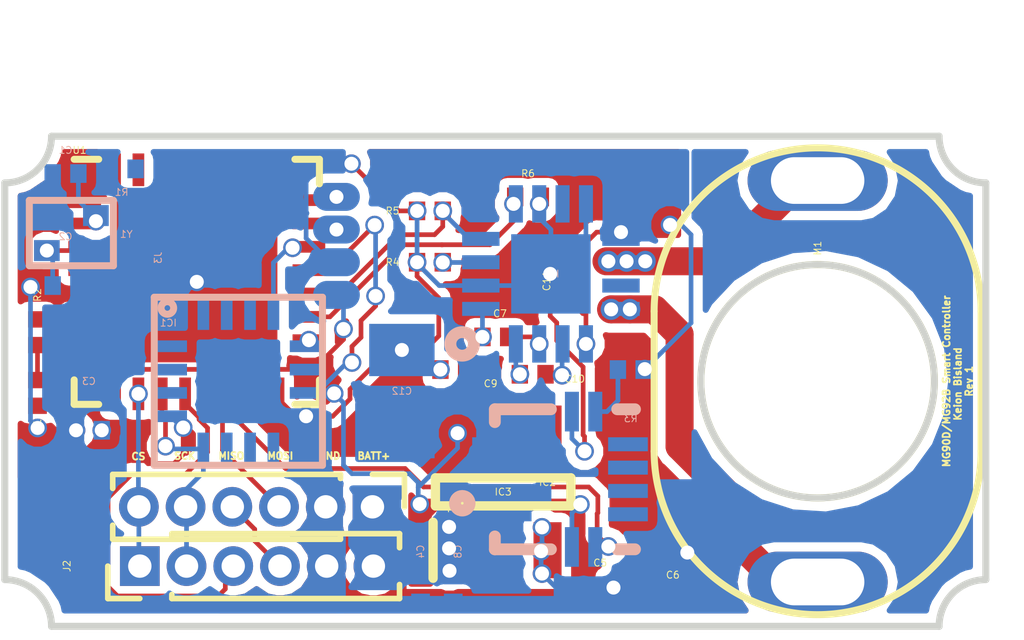
<source format=kicad_pcb>
(kicad_pcb (version 20171130) (host pcbnew 5.0.0-fee4fd1~66~ubuntu16.04.1)

  (general
    (thickness 1.6)
    (drawings 16)
    (tracks 310)
    (zones 0)
    (modules 29)
    (nets 61)
  )

  (page A4)
  (layers
    (0 F.Cu signal)
    (31 B.Cu signal)
    (32 B.Adhes user)
    (33 F.Adhes user)
    (34 B.Paste user)
    (35 F.Paste user)
    (36 B.SilkS user)
    (37 F.SilkS user)
    (38 B.Mask user)
    (39 F.Mask user)
    (40 Dwgs.User user)
    (41 Cmts.User user)
    (42 Eco1.User user)
    (43 Eco2.User user)
    (44 Edge.Cuts user)
    (45 Margin user)
    (46 B.CrtYd user)
    (47 F.CrtYd user)
    (48 B.Fab user)
    (49 F.Fab user)
  )

  (setup
    (last_trace_width 0.1)
    (trace_clearance 0.1)
    (zone_clearance 0.2)
    (zone_45_only no)
    (trace_min 0.1)
    (segment_width 0.2)
    (edge_width 0.15)
    (via_size 0.4)
    (via_drill 0.3)
    (via_min_size 0.4)
    (via_min_drill 0.3)
    (uvia_size 0.3)
    (uvia_drill 0.127)
    (uvias_allowed no)
    (uvia_min_size 0.127)
    (uvia_min_drill 0.1)
    (pcb_text_width 0.3)
    (pcb_text_size 1.5 1.5)
    (mod_edge_width 0.15)
    (mod_text_size 0.15 0.15)
    (mod_text_width 0.02)
    (pad_size 5.2 5.2)
    (pad_drill 0)
    (pad_to_mask_clearance 0.1016)
    (solder_mask_min_width 0.1016)
    (aux_axis_origin 0 0)
    (visible_elements FFFFFF7F)
    (pcbplotparams
      (layerselection 0x01cf0_ffffffff)
      (usegerberextensions false)
      (usegerberattributes false)
      (usegerberadvancedattributes false)
      (creategerberjobfile false)
      (excludeedgelayer true)
      (linewidth 0.100000)
      (plotframeref false)
      (viasonmask false)
      (mode 1)
      (useauxorigin false)
      (hpglpennumber 1)
      (hpglpenspeed 20)
      (hpglpendiameter 15.000000)
      (psnegative false)
      (psa4output false)
      (plotreference true)
      (plotvalue true)
      (plotinvisibletext false)
      (padsonsilk false)
      (subtractmaskfromsilk false)
      (outputformat 1)
      (mirror false)
      (drillshape 0)
      (scaleselection 1)
      (outputdirectory "GERBER/"))
  )

  (net 0 "")
  (net 1 GND)
  (net 2 "Net-(C1-Pad1)")
  (net 3 "Net-(C2-Pad2)")
  (net 4 +3V3)
  (net 5 +BATT)
  (net 6 FB)
  (net 7 MOSI)
  (net 8 CS)
  (net 9 MISO)
  (net 10 OUT1)
  (net 11 OUT2)
  (net 12 "Net-(J1-Pad4)")
  (net 13 "Net-(R1-Pad1)")
  (net 14 SCK)
  (net 15 SWDIO)
  (net 16 SWCLK)
  (net 17 ENC_CS)
  (net 18 "Net-(D1-Pad2)")
  (net 19 "Net-(IC1-Pad1)")
  (net 20 "Net-(IC1-Pad2)")
  (net 21 "Net-(IC1-Pad3)")
  (net 22 "Net-(IC1-Pad6)")
  (net 23 "Net-(IC1-Pad10)")
  (net 24 "Net-(IC1-Pad11)")
  (net 25 "Net-(IC1-Pad14)")
  (net 26 "Net-(IC1-Pad15)")
  (net 27 "Net-(IC1-Pad16)")
  (net 28 "Net-(IC2-Pad5)")
  (net 29 "Net-(IC2-Pad7)")
  (net 30 signaling)
  (net 31 "Net-(U1-Pad4)")
  (net 32 "Net-(U1-Pad7)")
  (net 33 "Net-(U1-Pad8)")
  (net 34 "Net-(U1-Pad9)")
  (net 35 "Net-(U1-Pad27)")
  (net 36 "Net-(U1-Pad28)")
  (net 37 "Net-(U1-Pad29)")
  (net 38 IN2)
  (net 39 IN1)
  (net 40 "Net-(C7-Pad1)")
  (net 41 "Net-(C7-Pad2)")
  (net 42 "Net-(C10-Pad2)")
  (net 43 "Net-(C10-Pad1)")
  (net 44 "Net-(C11-Pad1)")
  (net 45 MC+)
  (net 46 "Net-(IC1-Pad9)")
  (net 47 "Net-(IC2-Pad4)")
  (net 48 "Net-(IC2-Pad6)")
  (net 49 "Net-(IC2-Pad8)")
  (net 50 "Net-(IC4-Pad3)")
  (net 51 "Net-(IC4-Pad7)")
  (net 52 "Net-(IC4-Pad11)")
  (net 53 "Net-(IC3-Pad2)")
  (net 54 "Net-(IC3-Pad4)")
  (net 55 "Net-(U1-Pad15)")
  (net 56 "Net-(U1-Pad25)")
  (net 57 "Net-(U1-Pad26)")
  (net 58 "Net-(U1-Pad30)")
  (net 59 MISO2)
  (net 60 MOSI2)

  (net_class Default "This is the default net class."
    (clearance 0.1)
    (trace_width 0.1)
    (via_dia 0.4)
    (via_drill 0.3)
    (uvia_dia 0.3)
    (uvia_drill 0.127)
    (add_net +3V3)
    (add_net CS)
    (add_net ENC_CS)
    (add_net FB)
    (add_net GND)
    (add_net IN1)
    (add_net IN2)
    (add_net MC+)
    (add_net MISO)
    (add_net MISO2)
    (add_net MOSI)
    (add_net MOSI2)
    (add_net "Net-(C1-Pad1)")
    (add_net "Net-(C10-Pad1)")
    (add_net "Net-(C10-Pad2)")
    (add_net "Net-(C11-Pad1)")
    (add_net "Net-(C2-Pad2)")
    (add_net "Net-(C7-Pad1)")
    (add_net "Net-(C7-Pad2)")
    (add_net "Net-(D1-Pad2)")
    (add_net "Net-(IC1-Pad1)")
    (add_net "Net-(IC1-Pad10)")
    (add_net "Net-(IC1-Pad11)")
    (add_net "Net-(IC1-Pad14)")
    (add_net "Net-(IC1-Pad15)")
    (add_net "Net-(IC1-Pad16)")
    (add_net "Net-(IC1-Pad2)")
    (add_net "Net-(IC1-Pad3)")
    (add_net "Net-(IC1-Pad6)")
    (add_net "Net-(IC1-Pad9)")
    (add_net "Net-(IC2-Pad4)")
    (add_net "Net-(IC2-Pad5)")
    (add_net "Net-(IC2-Pad6)")
    (add_net "Net-(IC2-Pad7)")
    (add_net "Net-(IC2-Pad8)")
    (add_net "Net-(IC3-Pad2)")
    (add_net "Net-(IC3-Pad4)")
    (add_net "Net-(IC4-Pad11)")
    (add_net "Net-(IC4-Pad3)")
    (add_net "Net-(IC4-Pad7)")
    (add_net "Net-(J1-Pad4)")
    (add_net "Net-(R1-Pad1)")
    (add_net "Net-(U1-Pad15)")
    (add_net "Net-(U1-Pad25)")
    (add_net "Net-(U1-Pad26)")
    (add_net "Net-(U1-Pad27)")
    (add_net "Net-(U1-Pad28)")
    (add_net "Net-(U1-Pad29)")
    (add_net "Net-(U1-Pad30)")
    (add_net "Net-(U1-Pad4)")
    (add_net "Net-(U1-Pad7)")
    (add_net "Net-(U1-Pad8)")
    (add_net "Net-(U1-Pad9)")
    (add_net SCK)
    (add_net SWCLK)
    (add_net SWDIO)
    (add_net signaling)
  )

  (net_class Power ""
    (clearance 0.1)
    (trace_width 0.6)
    (via_dia 0.45)
    (via_drill 0.3)
    (uvia_dia 0.3)
    (uvia_drill 0.127)
    (add_net +BATT)
    (add_net OUT1)
    (add_net OUT2)
  )

  (module hv5932mgMotor:hv5932mgMotor (layer F.Cu) (tedit 5B68F05F) (tstamp 5B690107)
    (at 17.4 5.25 270)
    (path /5B488724)
    (fp_text reference M1 (at -2.85 0 270) (layer F.SilkS)
      (effects (font (size 0.15 0.15) (thickness 0.02)))
    )
    (fp_text value Motor_DC (at 0 -4.31 270) (layer F.Fab)
      (effects (font (size 0.15 0.15) (thickness 0.02)))
    )
    (fp_circle (center 0 0) (end 2.5 0) (layer F.SilkS) (width 0.15))
    (fp_arc (start 1.5 0) (end 1.5 3.5) (angle -180) (layer F.SilkS) (width 0.15))
    (fp_arc (start -1.5 0) (end -1.5 -3.5) (angle -180) (layer F.SilkS) (width 0.15))
    (fp_line (start -1.5 -3.5) (end 1.5 -3.5) (layer F.SilkS) (width 0.15))
    (fp_line (start -1.5 3.5) (end 1.5 3.5) (layer F.SilkS) (width 0.15))
    (pad 1 thru_hole oval (at -4.3 0 270) (size 1.3 3) (drill oval 1 2) (layers *.Cu *.Mask)
      (net 11 OUT2))
    (pad 2 thru_hole oval (at 4.3 0 270) (size 1.3 3) (drill oval 1 2) (layers *.Cu *.Mask)
      (net 10 OUT1))
  )

  (module pads1x4:1x4Pads (layer B.Cu) (tedit 5B14ADEE) (tstamp 5B68F829)
    (at 7.1 2.35 270)
    (path /5B48ADC7)
    (fp_text reference J3 (at 0.254 3.818 270) (layer B.SilkS)
      (effects (font (size 0.15 0.15) (thickness 0.02)) (justify mirror))
    )
    (fp_text value Conn_01x04_Male (at -0.05 0.8 270) (layer B.Fab)
      (effects (font (size 0.15 0.15) (thickness 0.02)) (justify mirror))
    )
    (pad 1 smd oval (at -1.05 0 270) (size 0.6 1) (layers B.Cu B.Paste B.Mask)
      (net 16 SWCLK))
    (pad 2 smd oval (at -0.35 0 270) (size 0.6 1) (layers B.Cu B.Paste B.Mask)
      (net 15 SWDIO))
    (pad 3 smd oval (at 0.35 0 270) (size 0.6 1) (layers B.Cu B.Paste B.Mask)
      (net 1 GND))
    (pad 4 smd oval (at 1.05 0 270) (size 0.6 1) (layers B.Cu B.Paste B.Mask)
      (net 4 +3V3))
  )

  (module Capacitor_SMD:C_0805_2012Metric (layer B.Cu) (tedit 5AC5DB74) (tstamp 5B80F787)
    (at 8.5 5.46 90)
    (descr "Capacitor SMD 0805 (2012 Metric), square (rectangular) end terminal, IPC_7351 nominal, (Body size source: http://www.tortai-tech.com/upload/download/2011102023233369053.pdf), generated with kicad-footprint-generator")
    (tags capacitor)
    (path /5B69228B)
    (attr smd)
    (fp_text reference C12 (at 0 0 180) (layer B.SilkS)
      (effects (font (size 0.15 0.15) (thickness 0.02)) (justify mirror))
    )
    (fp_text value 10Uf (at 0 -1.65 90) (layer B.Fab)
      (effects (font (size 0.15 0.15) (thickness 0.02)) (justify mirror))
    )
    (fp_line (start -1 -0.6) (end -1 0.6) (layer B.Fab) (width 0.1))
    (fp_line (start -1 0.6) (end 1 0.6) (layer B.Fab) (width 0.1))
    (fp_line (start 1 0.6) (end 1 -0.6) (layer B.Fab) (width 0.1))
    (fp_line (start 1 -0.6) (end -1 -0.6) (layer B.Fab) (width 0.1))
    (fp_line (start -1.69 -0.95) (end -1.69 0.95) (layer B.CrtYd) (width 0.05))
    (fp_line (start -1.69 0.95) (end 1.69 0.95) (layer B.CrtYd) (width 0.05))
    (fp_line (start 1.69 0.95) (end 1.69 -0.95) (layer B.CrtYd) (width 0.05))
    (fp_line (start 1.69 -0.95) (end -1.69 -0.95) (layer B.CrtYd) (width 0.05))
    (fp_text user %R (at 0 0 180) (layer B.Fab)
      (effects (font (size 0.15 0.15) (thickness 0.02)) (justify mirror))
    )
    (pad 1 smd rect (at -0.88 0 90) (size 1.12 1.4) (layers B.Cu B.Paste B.Mask)
      (net 45 MC+))
    (pad 2 smd rect (at 0.88 0 90) (size 1.12 1.4) (layers B.Cu B.Paste B.Mask)
      (net 1 GND))
    (model ${KISYS3DMOD}/Capacitor_SMD.3dshapes/C_0805_2012Metric.wrl
      (at (xyz 0 0 0))
      (scale (xyz 1 1 1))
      (rotate (xyz 0 0 0))
    )
  )

  (module MA702:MA702 (layer B.Cu) (tedit 5B68EDA6) (tstamp 5B690248)
    (at 5 5.25 270)
    (path /5B627340)
    (fp_text reference IC1 (at -1.25 1.5) (layer B.SilkS)
      (effects (font (size 0.15 0.15) (thickness 0.02)) (justify mirror))
    )
    (fp_text value MA702 (at -1.45 1.5) (layer B.Fab)
      (effects (font (size 0.15 0.15) (thickness 0.02)) (justify mirror))
    )
    (fp_line (start -1.8 1.8) (end 1.8 1.8) (layer B.SilkS) (width 0.15))
    (fp_line (start 1.8 1.8) (end 1.8 -1.8) (layer B.SilkS) (width 0.15))
    (fp_line (start 1.8 -1.8) (end -1.8 -1.8) (layer B.SilkS) (width 0.15))
    (fp_line (start -1.8 -1.8) (end -1.8 1.8) (layer B.SilkS) (width 0.15))
    (fp_circle (center -1.57 1.52) (end -1.51 1.52) (layer B.SilkS) (width 0.15))
    (pad 16 smd rect (at -0.75 1.45 270) (size 0.25 0.7) (layers B.Cu B.Paste B.Mask)
      (net 27 "Net-(IC1-Pad16)"))
    (pad 15 smd rect (at -0.25 1.45 270) (size 0.25 0.7) (layers B.Cu B.Paste B.Mask)
      (net 26 "Net-(IC1-Pad15)"))
    (pad 14 smd rect (at 0.25 1.45 270) (size 0.25 0.7) (layers B.Cu B.Paste B.Mask)
      (net 25 "Net-(IC1-Pad14)"))
    (pad 13 smd rect (at 0.75 1.45 270) (size 0.25 0.7) (layers B.Cu B.Paste B.Mask)
      (net 4 +3V3))
    (pad 12 smd rect (at 1.45 0.75 270) (size 0.7 0.25) (layers B.Cu B.Paste B.Mask)
      (net 14 SCK))
    (pad 11 smd rect (at 1.45 0.25 270) (size 0.7 0.25) (layers B.Cu B.Paste B.Mask)
      (net 24 "Net-(IC1-Pad11)"))
    (pad 10 smd rect (at 1.45 -0.25 270) (size 0.7 0.25) (layers B.Cu B.Paste B.Mask)
      (net 23 "Net-(IC1-Pad10)"))
    (pad 9 smd rect (at 1.45 -0.75 270) (size 0.7 0.25) (layers B.Cu B.Paste B.Mask)
      (net 46 "Net-(IC1-Pad9)"))
    (pad 8 smd rect (at 0.75 -1.45 270) (size 0.25 0.7) (layers B.Cu B.Paste B.Mask)
      (net 1 GND))
    (pad 7 smd rect (at 0.25 -1.45 270) (size 0.25 0.7) (layers B.Cu B.Paste B.Mask)
      (net 59 MISO2))
    (pad 6 smd rect (at -0.25 -1.45 270) (size 0.25 0.7) (layers B.Cu B.Paste B.Mask)
      (net 22 "Net-(IC1-Pad6)"))
    (pad 5 smd rect (at -0.75 -1.45 270) (size 0.25 0.7) (layers B.Cu B.Paste B.Mask)
      (net 17 ENC_CS))
    (pad 4 smd rect (at -1.45 -0.75 270) (size 0.7 0.25) (layers B.Cu B.Paste B.Mask)
      (net 60 MOSI2))
    (pad 3 smd rect (at -1.45 -0.25 270) (size 0.7 0.25) (layers B.Cu B.Paste B.Mask)
      (net 21 "Net-(IC1-Pad3)"))
    (pad 2 smd rect (at -1.45 0.25 270) (size 0.7 0.25) (layers B.Cu B.Paste B.Mask)
      (net 20 "Net-(IC1-Pad2)"))
    (pad 1 smd rect (at -1.45 0.75 270) (size 0.7 0.25) (layers B.Cu B.Paste B.Mask)
      (net 19 "Net-(IC1-Pad1)"))
    (pad 17 smd rect (at 0 0 270) (size 1.7 1.7) (layers B.Cu B.Paste B.Mask)
      (net 1 GND))
    (model ${KIPRJMOD}/A3918SESTR-T/3D/A3918SESTR-T.wrl
      (at (xyz 0 0 0))
      (scale (xyz 400 400 400))
      (rotate (xyz 0 0 0))
    )
  )

  (module ACS711KEXLT-15AB-T:EX-PACKAGE (layer B.Cu) (tedit 5B689EF7) (tstamp 5B690740)
    (at 11.99 7.35)
    (descr EX-Package)
    (tags "Integrated Circuit")
    (path /5B68AF23)
    (attr smd)
    (fp_text reference IC2 (at -0.37332 0.06504) (layer F.SilkS)
      (effects (font (size 0.15 0.15) (thickness 0.02)))
    )
    (fp_text value ACS711KEXLT-15AB-T (at -0.37332 0.06504) (layer B.SilkS) hide
      (effects (font (size 0.15 0.15) (thickness 0.02)) (justify mirror))
    )
    (fp_line (start -1.5 1.5) (end 1.5 1.5) (layer Dwgs.User) (width 0.254))
    (fp_line (start 1.5 1.5) (end 1.5 -1.5) (layer Dwgs.User) (width 0.254))
    (fp_line (start 1.5 -1.5) (end -1.5 -1.5) (layer Dwgs.User) (width 0.254))
    (fp_line (start -1.5 -1.5) (end -1.5 1.5) (layer Dwgs.User) (width 0.254))
    (fp_line (start -1.5 1.5) (end -0.3 1.5) (layer B.SilkS) (width 0.254))
    (fp_line (start -1.5 -1.5) (end -0.3 -1.5) (layer B.SilkS) (width 0.254))
    (fp_line (start 1.5 1.5) (end 1.12 1.5) (layer B.SilkS) (width 0.254))
    (fp_line (start 1.5 -1.5) (end 1.12 -1.5) (layer B.SilkS) (width 0.254))
    (fp_line (start -1.5 1.5) (end -1.5 1.225) (layer B.SilkS) (width 0.254))
    (fp_line (start -1.5 -1.5) (end -1.5 -1.225) (layer B.SilkS) (width 0.254))
    (fp_circle (center -2.197 0.513) (end -2.226 0.513) (layer B.SilkS) (width 0.254))
    (pad 1 smd rect (at -1.35 0.5 270) (size 0.8 1.27) (layers B.Cu B.Paste B.Mask)
      (net 5 +BATT))
    (pad 2 smd rect (at -1.35 -0.5 270) (size 0.8 1.27) (layers B.Cu B.Paste B.Mask)
      (net 45 MC+))
    (pad 3 smd rect (at 0.15 -1.45) (size 0.3 0.85) (layers B.Cu B.Paste B.Mask)
      (net 1 GND))
    (pad 4 smd rect (at 0.65 -1.45) (size 0.3 0.85) (layers B.Cu B.Paste B.Mask)
      (net 47 "Net-(IC2-Pad4)"))
    (pad 5 smd rect (at 1.35 -0.75 270) (size 0.3 0.85) (layers B.Cu B.Paste B.Mask)
      (net 28 "Net-(IC2-Pad5)"))
    (pad 6 smd rect (at 1.35 -0.25 270) (size 0.3 0.85) (layers B.Cu B.Paste B.Mask)
      (net 48 "Net-(IC2-Pad6)"))
    (pad 7 smd rect (at 1.35 0.25 270) (size 0.3 0.85) (layers B.Cu B.Paste B.Mask)
      (net 29 "Net-(IC2-Pad7)"))
    (pad 8 smd rect (at 1.35 0.75 270) (size 0.3 0.85) (layers B.Cu B.Paste B.Mask)
      (net 49 "Net-(IC2-Pad8)"))
    (pad 9 smd rect (at 0.65 1.45) (size 0.3 0.85) (layers B.Cu B.Paste B.Mask)
      (net 6 FB))
    (pad 10 smd rect (at 0.15 1.45) (size 0.3 0.85) (layers B.Cu B.Paste B.Mask)
      (net 4 +3V3))
    (model ${KIPRJMOD}/A3918SESTR-T/3D/A3918SESTR-T.stp
      (at (xyz 0 0 0))
      (scale (xyz 1 1 1))
      (rotate (xyz 0 0 0))
    )
  )

  (module A3918SESTR-T:QFN50P300X300X80-17N-D (layer B.Cu) (tedit 5B689F82) (tstamp 5B68F7E9)
    (at 11.69 2.95)
    (descr "ES Package, 16-Contact QFN with Exposed Thermal Pad")
    (tags "Integrated Circuit")
    (path /5B68B03C)
    (attr smd)
    (fp_text reference IC4 (at 0 0) (layer B.SilkS)
      (effects (font (size 0.15 0.15) (thickness 0.02)) (justify mirror))
    )
    (fp_text value A3918SESTR-T (at 0 0) (layer B.SilkS) hide
      (effects (font (size 0.15 0.15) (thickness 0.02)) (justify mirror))
    )
    (fp_line (start -2.15 2.15) (end 2.15 2.15) (layer Dwgs.User) (width 0.05))
    (fp_line (start 2.15 2.15) (end 2.15 -2.15) (layer Dwgs.User) (width 0.05))
    (fp_line (start 2.15 -2.15) (end -2.15 -2.15) (layer Dwgs.User) (width 0.05))
    (fp_line (start -2.15 -2.15) (end -2.15 2.15) (layer Dwgs.User) (width 0.05))
    (fp_line (start -1.5 1.5) (end 1.5 1.5) (layer Dwgs.User) (width 0.1))
    (fp_line (start 1.5 1.5) (end 1.5 -1.5) (layer Dwgs.User) (width 0.1))
    (fp_line (start 1.5 -1.5) (end -1.5 -1.5) (layer Dwgs.User) (width 0.1))
    (fp_line (start -1.5 -1.5) (end -1.5 1.5) (layer Dwgs.User) (width 0.1))
    (fp_line (start -1.5 1) (end -1 1.5) (layer Dwgs.User) (width 0.1))
    (fp_circle (center -1.9 1.5) (end -1.775 1.5) (layer B.SilkS) (width 0.254))
    (pad 1 smd rect (at -1.5 0.75 270) (size 0.3 0.8) (layers B.Cu B.Paste B.Mask)
      (net 41 "Net-(C7-Pad2)"))
    (pad 2 smd rect (at -1.5 0.25 270) (size 0.3 0.8) (layers B.Cu B.Paste B.Mask)
      (net 1 GND))
    (pad 3 smd rect (at -1.5 -0.25 270) (size 0.3 0.8) (layers B.Cu B.Paste B.Mask)
      (net 50 "Net-(IC4-Pad3)"))
    (pad 4 smd rect (at -1.5 -0.75 270) (size 0.3 0.8) (layers B.Cu B.Paste B.Mask)
      (net 39 IN1))
    (pad 5 smd rect (at -0.75 -1.5) (size 0.3 0.8) (layers B.Cu B.Paste B.Mask)
      (net 38 IN2))
    (pad 6 smd rect (at -0.25 -1.5) (size 0.3 0.8) (layers B.Cu B.Paste B.Mask)
      (net 1 GND))
    (pad 7 smd rect (at 0.25 -1.5) (size 0.3 0.8) (layers B.Cu B.Paste B.Mask)
      (net 51 "Net-(IC4-Pad7)"))
    (pad 8 smd rect (at 0.75 -1.5) (size 0.3 0.8) (layers B.Cu B.Paste B.Mask)
      (net 1 GND))
    (pad 9 smd rect (at 1.5 -0.75 270) (size 0.3 0.8) (layers B.Cu B.Paste B.Mask)
      (net 45 MC+))
    (pad 10 smd rect (at 1.5 -0.25 270) (size 0.3 0.8) (layers B.Cu B.Paste B.Mask)
      (net 11 OUT2))
    (pad 11 smd rect (at 1.5 0.25 270) (size 0.3 0.8) (layers B.Cu B.Paste B.Mask)
      (net 52 "Net-(IC4-Pad11)"))
    (pad 12 smd rect (at 1.5 0.75 270) (size 0.3 0.8) (layers B.Cu B.Paste B.Mask)
      (net 10 OUT1))
    (pad 13 smd rect (at 0.75 1.5) (size 0.3 0.8) (layers B.Cu B.Paste B.Mask)
      (net 44 "Net-(C11-Pad1)"))
    (pad 14 smd rect (at 0.25 1.5) (size 0.3 0.8) (layers B.Cu B.Paste B.Mask)
      (net 43 "Net-(C10-Pad1)"))
    (pad 15 smd rect (at -0.25 1.5) (size 0.3 0.8) (layers B.Cu B.Paste B.Mask)
      (net 40 "Net-(C7-Pad1)"))
    (pad 16 smd rect (at -0.75 1.5) (size 0.3 0.8) (layers B.Cu B.Paste B.Mask)
      (net 42 "Net-(C10-Pad2)"))
    (pad 17 smd rect (at 0 0) (size 1.7 1.7) (layers B.Cu B.Paste B.Mask)
      (net 1 GND))
    (model ${KIPRJMOD}/A3918SESTR-T/3D/A3918SESTR-T.wrl
      (at (xyz 0 0 0))
      (scale (xyz 400 400 400))
      (rotate (xyz 0 0 0))
    )
  )

  (module Connector_PinHeader_1.00mm:PinHeader_1x06_P1.00mm_Vertical (layer F.Cu) (tedit 59FED738) (tstamp 5B690355)
    (at 7.87 7.94 270)
    (descr "Through hole straight pin header, 1x06, 1.00mm pitch, single row")
    (tags "Through hole pin header THT 1x06 1.00mm single row")
    (path /5B47E72D)
    (fp_text reference J1 (at 0 -1.56 270) (layer F.SilkS)
      (effects (font (size 0.15 0.15) (thickness 0.02)))
    )
    (fp_text value Conn_01x06_Male (at 0 6.56 270) (layer F.Fab)
      (effects (font (size 0.15 0.15) (thickness 0.02)))
    )
    (fp_line (start -0.3175 -0.5) (end 0.635 -0.5) (layer F.Fab) (width 0.1))
    (fp_line (start 0.635 -0.5) (end 0.635 5.5) (layer F.Fab) (width 0.1))
    (fp_line (start 0.635 5.5) (end -0.635 5.5) (layer F.Fab) (width 0.1))
    (fp_line (start -0.635 5.5) (end -0.635 -0.1825) (layer F.Fab) (width 0.1))
    (fp_line (start -0.635 -0.1825) (end -0.3175 -0.5) (layer F.Fab) (width 0.1))
    (fp_line (start -0.695 5.56) (end -0.394493 5.56) (layer F.SilkS) (width 0.12))
    (fp_line (start 0.394493 5.56) (end 0.695 5.56) (layer F.SilkS) (width 0.12))
    (fp_line (start -0.695 0.685) (end -0.695 5.56) (layer F.SilkS) (width 0.12))
    (fp_line (start 0.695 0.685) (end 0.695 5.56) (layer F.SilkS) (width 0.12))
    (fp_line (start -0.695 0.685) (end -0.608276 0.685) (layer F.SilkS) (width 0.12))
    (fp_line (start 0.608276 0.685) (end 0.695 0.685) (layer F.SilkS) (width 0.12))
    (fp_line (start -0.695 0) (end -0.695 -0.685) (layer F.SilkS) (width 0.12))
    (fp_line (start -0.695 -0.685) (end 0 -0.685) (layer F.SilkS) (width 0.12))
    (fp_line (start -1.15 -1) (end -1.15 6) (layer F.CrtYd) (width 0.05))
    (fp_line (start -1.15 6) (end 1.15 6) (layer F.CrtYd) (width 0.05))
    (fp_line (start 1.15 6) (end 1.15 -1) (layer F.CrtYd) (width 0.05))
    (fp_line (start 1.15 -1) (end -1.15 -1) (layer F.CrtYd) (width 0.05))
    (fp_text user %R (at 0 2.5) (layer F.Fab)
      (effects (font (size 0.15 0.15) (thickness 0.02)))
    )
    (pad 1 thru_hole rect (at 0 0 270) (size 0.85 0.85) (drill 0.5) (layers *.Cu *.Mask)
      (net 5 +BATT))
    (pad 2 thru_hole oval (at 0 1 270) (size 0.85 0.85) (drill 0.5) (layers *.Cu *.Mask)
      (net 1 GND))
    (pad 3 thru_hole oval (at 0 2 270) (size 0.85 0.85) (drill 0.5) (layers *.Cu *.Mask)
      (net 7 MOSI))
    (pad 4 thru_hole oval (at 0 3 270) (size 0.85 0.85) (drill 0.5) (layers *.Cu *.Mask)
      (net 12 "Net-(J1-Pad4)"))
    (pad 5 thru_hole oval (at 0 4 270) (size 0.85 0.85) (drill 0.5) (layers *.Cu *.Mask)
      (net 14 SCK))
    (pad 6 thru_hole oval (at 0 5 270) (size 0.85 0.85) (drill 0.5) (layers *.Cu *.Mask)
      (net 8 CS))
    (model ${KISYS3DMOD}/Connector_PinHeader_1.00mm.3dshapes/PinHeader_1x06_P1.00mm_Vertical.wrl
      (at (xyz 0 0 0))
      (scale (xyz 1 1 1))
      (rotate (xyz 0 0 0))
    )
  )

  (module Connector_PinHeader_1.00mm:PinHeader_1x06_P1.00mm_Vertical (layer F.Cu) (tedit 59FED738) (tstamp 5B68F821)
    (at 2.89 9.21 90)
    (descr "Through hole straight pin header, 1x06, 1.00mm pitch, single row")
    (tags "Through hole pin header THT 1x06 1.00mm single row")
    (path /5B47E850)
    (fp_text reference J2 (at 0 -1.56 90) (layer F.SilkS)
      (effects (font (size 0.15 0.15) (thickness 0.02)))
    )
    (fp_text value Conn_01x06_Male (at 0 6.56 90) (layer F.Fab)
      (effects (font (size 0.15 0.15) (thickness 0.02)))
    )
    (fp_text user %R (at 0 2.5 180) (layer F.Fab)
      (effects (font (size 0.15 0.15) (thickness 0.02)))
    )
    (fp_line (start 1.15 -1) (end -1.15 -1) (layer F.CrtYd) (width 0.05))
    (fp_line (start 1.15 6) (end 1.15 -1) (layer F.CrtYd) (width 0.05))
    (fp_line (start -1.15 6) (end 1.15 6) (layer F.CrtYd) (width 0.05))
    (fp_line (start -1.15 -1) (end -1.15 6) (layer F.CrtYd) (width 0.05))
    (fp_line (start -0.695 -0.685) (end 0 -0.685) (layer F.SilkS) (width 0.12))
    (fp_line (start -0.695 0) (end -0.695 -0.685) (layer F.SilkS) (width 0.12))
    (fp_line (start 0.608276 0.685) (end 0.695 0.685) (layer F.SilkS) (width 0.12))
    (fp_line (start -0.695 0.685) (end -0.608276 0.685) (layer F.SilkS) (width 0.12))
    (fp_line (start 0.695 0.685) (end 0.695 5.56) (layer F.SilkS) (width 0.12))
    (fp_line (start -0.695 0.685) (end -0.695 5.56) (layer F.SilkS) (width 0.12))
    (fp_line (start 0.394493 5.56) (end 0.695 5.56) (layer F.SilkS) (width 0.12))
    (fp_line (start -0.695 5.56) (end -0.394493 5.56) (layer F.SilkS) (width 0.12))
    (fp_line (start -0.635 -0.1825) (end -0.3175 -0.5) (layer F.Fab) (width 0.1))
    (fp_line (start -0.635 5.5) (end -0.635 -0.1825) (layer F.Fab) (width 0.1))
    (fp_line (start 0.635 5.5) (end -0.635 5.5) (layer F.Fab) (width 0.1))
    (fp_line (start 0.635 -0.5) (end 0.635 5.5) (layer F.Fab) (width 0.1))
    (fp_line (start -0.3175 -0.5) (end 0.635 -0.5) (layer F.Fab) (width 0.1))
    (pad 6 thru_hole oval (at 0 5 90) (size 0.85 0.85) (drill 0.5) (layers *.Cu *.Mask)
      (net 5 +BATT))
    (pad 5 thru_hole oval (at 0 4 90) (size 0.85 0.85) (drill 0.5) (layers *.Cu *.Mask)
      (net 1 GND))
    (pad 4 thru_hole oval (at 0 3 90) (size 0.85 0.85) (drill 0.5) (layers *.Cu *.Mask)
      (net 12 "Net-(J1-Pad4)"))
    (pad 3 thru_hole oval (at 0 2 90) (size 0.85 0.85) (drill 0.5) (layers *.Cu *.Mask)
      (net 9 MISO))
    (pad 2 thru_hole oval (at 0 1 90) (size 0.85 0.85) (drill 0.5) (layers *.Cu *.Mask)
      (net 14 SCK))
    (pad 1 thru_hole rect (at 0 0 90) (size 0.85 0.85) (drill 0.5) (layers *.Cu *.Mask)
      (net 8 CS))
    (model ${KISYS3DMOD}/Connector_PinHeader_1.00mm.3dshapes/PinHeader_1x06_P1.00mm_Vertical.wrl
      (at (xyz 0 0 0))
      (scale (xyz 1 1 1))
      (rotate (xyz 0 0 0))
    )
  )

  (module Package_DFN_QFN:QFN-32-1EP_5x5mm_P0.5mm_EP3.45x3.45mm (layer F.Cu) (tedit 5A651CE1) (tstamp 5B68F8C9)
    (at 4.11 3.12)
    (descr "UH Package; 32-Lead Plastic QFN (5mm x 5mm); (see Linear Technology QFN_32_05-08-1693.pdf)")
    (tags "QFN 0.5")
    (path /5B483081)
    (attr smd)
    (fp_text reference U1 (at -2.51 -2.82) (layer F.SilkS)
      (effects (font (size 0.15 0.15) (thickness 0.02)))
    )
    (fp_text value STM32L432KCUx (at 0 3.75) (layer F.Fab)
      (effects (font (size 0.15 0.15) (thickness 0.02)))
    )
    (fp_line (start 2.625 -2.625) (end 2.1 -2.625) (layer F.SilkS) (width 0.15))
    (fp_line (start 2.625 2.625) (end 2.1 2.625) (layer F.SilkS) (width 0.15))
    (fp_line (start -2.625 2.625) (end -2.1 2.625) (layer F.SilkS) (width 0.15))
    (fp_line (start -2.625 -2.625) (end -2.1 -2.625) (layer F.SilkS) (width 0.15))
    (fp_line (start 2.625 2.625) (end 2.625 2.1) (layer F.SilkS) (width 0.15))
    (fp_line (start -2.625 2.625) (end -2.625 2.1) (layer F.SilkS) (width 0.15))
    (fp_line (start 2.625 -2.625) (end 2.625 -2.1) (layer F.SilkS) (width 0.15))
    (fp_line (start -3 3) (end 3 3) (layer F.CrtYd) (width 0.05))
    (fp_line (start -3 -3) (end 3 -3) (layer F.CrtYd) (width 0.05))
    (fp_line (start 3 -3) (end 3 3) (layer F.CrtYd) (width 0.05))
    (fp_line (start -3 -3) (end -3 3) (layer F.CrtYd) (width 0.05))
    (fp_line (start -2.5 -1.5) (end -1.5 -2.5) (layer F.Fab) (width 0.15))
    (fp_line (start -2.5 2.5) (end -2.5 -1.5) (layer F.Fab) (width 0.15))
    (fp_line (start 2.5 2.5) (end -2.5 2.5) (layer F.Fab) (width 0.15))
    (fp_line (start 2.5 -2.5) (end 2.5 2.5) (layer F.Fab) (width 0.15))
    (fp_line (start -1.5 -2.5) (end 2.5 -2.5) (layer F.Fab) (width 0.15))
    (fp_text user %R (at 0 0) (layer F.Fab)
      (effects (font (size 0.15 0.15) (thickness 0.02)))
    )
    (pad "" smd rect (at 1.15 -1.15) (size 0.92 0.92) (layers F.Paste))
    (pad "" smd rect (at 0 -1.15) (size 0.92 0.92) (layers F.Paste))
    (pad "" smd rect (at -1.15 -1.15) (size 0.92 0.92) (layers F.Paste))
    (pad "" smd rect (at 1.15 0) (size 0.92 0.92) (layers F.Paste))
    (pad "" smd rect (at 0 0) (size 0.92 0.92) (layers F.Paste))
    (pad "" smd rect (at -1.15 0) (size 0.92 0.92) (layers F.Paste))
    (pad "" smd rect (at -1.15 1.15) (size 0.92 0.92) (layers F.Paste))
    (pad "" smd rect (at 0 1.15) (size 0.92 0.92) (layers F.Paste))
    (pad 33 smd rect (at 0 0) (size 3.45 3.45) (layers F.Cu F.Mask)
      (net 1 GND))
    (pad "" smd rect (at 1.15 1.15) (size 0.92 0.92) (layers F.Paste))
    (pad 32 smd rect (at -1.75 -2.4 90) (size 0.7 0.25) (layers F.Cu F.Paste F.Mask)
      (net 1 GND))
    (pad 31 smd rect (at -1.25 -2.4 90) (size 0.7 0.25) (layers F.Cu F.Paste F.Mask)
      (net 13 "Net-(R1-Pad1)"))
    (pad 30 smd rect (at -0.75 -2.4 90) (size 0.7 0.25) (layers F.Cu F.Paste F.Mask)
      (net 58 "Net-(U1-Pad30)"))
    (pad 29 smd rect (at -0.25 -2.4 90) (size 0.7 0.25) (layers F.Cu F.Paste F.Mask)
      (net 37 "Net-(U1-Pad29)"))
    (pad 28 smd rect (at 0.25 -2.4 90) (size 0.7 0.25) (layers F.Cu F.Paste F.Mask)
      (net 36 "Net-(U1-Pad28)"))
    (pad 27 smd rect (at 0.75 -2.4 90) (size 0.7 0.25) (layers F.Cu F.Paste F.Mask)
      (net 35 "Net-(U1-Pad27)"))
    (pad 26 smd rect (at 1.25 -2.4 90) (size 0.7 0.25) (layers F.Cu F.Paste F.Mask)
      (net 57 "Net-(U1-Pad26)"))
    (pad 25 smd rect (at 1.75 -2.4 90) (size 0.7 0.25) (layers F.Cu F.Paste F.Mask)
      (net 56 "Net-(U1-Pad25)"))
    (pad 24 smd rect (at 2.4 -1.75) (size 0.7 0.25) (layers F.Cu F.Paste F.Mask)
      (net 16 SWCLK))
    (pad 23 smd rect (at 2.4 -1.25) (size 0.7 0.25) (layers F.Cu F.Paste F.Mask)
      (net 15 SWDIO))
    (pad 22 smd rect (at 2.4 -0.75) (size 0.7 0.25) (layers F.Cu F.Paste F.Mask)
      (net 60 MOSI2))
    (pad 21 smd rect (at 2.4 -0.25) (size 0.7 0.25) (layers F.Cu F.Paste F.Mask)
      (net 59 MISO2))
    (pad 20 smd rect (at 2.4 0.25) (size 0.7 0.25) (layers F.Cu F.Paste F.Mask)
      (net 39 IN1))
    (pad 19 smd rect (at 2.4 0.75) (size 0.7 0.25) (layers F.Cu F.Paste F.Mask)
      (net 38 IN2))
    (pad 18 smd rect (at 2.4 1.25) (size 0.7 0.25) (layers F.Cu F.Paste F.Mask)
      (net 17 ENC_CS))
    (pad 17 smd rect (at 2.4 1.75) (size 0.7 0.25) (layers F.Cu F.Paste F.Mask)
      (net 4 +3V3))
    (pad 16 smd rect (at 1.75 2.4 90) (size 0.7 0.25) (layers F.Cu F.Paste F.Mask)
      (net 1 GND))
    (pad 15 smd rect (at 1.25 2.4 90) (size 0.7 0.25) (layers F.Cu F.Paste F.Mask)
      (net 55 "Net-(U1-Pad15)"))
    (pad 14 smd rect (at 0.75 2.4 90) (size 0.7 0.25) (layers F.Cu F.Paste F.Mask)
      (net 6 FB))
    (pad 13 smd rect (at 0.25 2.4 90) (size 0.7 0.25) (layers F.Cu F.Paste F.Mask)
      (net 7 MOSI))
    (pad 12 smd rect (at -0.25 2.4 90) (size 0.7 0.25) (layers F.Cu F.Paste F.Mask)
      (net 9 MISO))
    (pad 11 smd rect (at -0.75 2.4 90) (size 0.7 0.25) (layers F.Cu F.Paste F.Mask)
      (net 14 SCK))
    (pad 10 smd rect (at -1.25 2.4 90) (size 0.7 0.25) (layers F.Cu F.Paste F.Mask)
      (net 8 CS))
    (pad 9 smd rect (at -1.75 2.4 90) (size 0.7 0.25) (layers F.Cu F.Paste F.Mask)
      (net 34 "Net-(U1-Pad9)"))
    (pad 8 smd rect (at -2.4 1.75) (size 0.7 0.25) (layers F.Cu F.Paste F.Mask)
      (net 33 "Net-(U1-Pad8)"))
    (pad 7 smd rect (at -2.4 1.25) (size 0.7 0.25) (layers F.Cu F.Paste F.Mask)
      (net 32 "Net-(U1-Pad7)"))
    (pad 6 smd rect (at -2.4 0.75) (size 0.7 0.25) (layers F.Cu F.Paste F.Mask)
      (net 30 signaling))
    (pad 5 smd rect (at -2.4 0.25) (size 0.7 0.25) (layers F.Cu F.Paste F.Mask)
      (net 4 +3V3))
    (pad 4 smd rect (at -2.4 -0.25) (size 0.7 0.25) (layers F.Cu F.Paste F.Mask)
      (net 31 "Net-(U1-Pad4)"))
    (pad 3 smd rect (at -2.4 -0.75) (size 0.7 0.25) (layers F.Cu F.Paste F.Mask)
      (net 3 "Net-(C2-Pad2)"))
    (pad 2 smd rect (at -2.4 -1.25) (size 0.7 0.25) (layers F.Cu F.Paste F.Mask)
      (net 2 "Net-(C1-Pad1)"))
    (pad 1 smd rect (at -2.4 -1.75) (size 0.7 0.25) (layers F.Cu F.Paste F.Mask)
      (net 4 +3V3))
    (model ${KISYS3DMOD}/Package_DFN_QFN.3dshapes/QFN-32-1EP_5x5mm_P0.5mm_EP3.45x3.45mm.wrl
      (at (xyz 0 0 0))
      (scale (xyz 1 1 1))
      (rotate (xyz 0 0 0))
    )
  )

  (module MIC5501-3.0YM5-TR:SOT95P280X130-5N (layer F.Cu) (tedit 5B68F38E) (tstamp 5B80D22D)
    (at 10.668 7.62 90)
    (descr "5-Pin SOT23 (M5)")
    (tags "Integrated Circuit")
    (path /5B690C27)
    (attr smd)
    (fp_text reference IC3 (at 0 0 180) (layer F.SilkS)
      (effects (font (size 0.15 0.15) (thickness 0.02)))
    )
    (fp_text value MIC5501-3.0YM5-TR (at 0 0 90) (layer F.SilkS) hide
      (effects (font (size 0.15 0.15) (thickness 0.02)))
    )
    (fp_line (start -2.1 -1.75) (end 2.1 -1.75) (layer Dwgs.User) (width 0.05))
    (fp_line (start 2.1 -1.75) (end 2.1 1.75) (layer Dwgs.User) (width 0.05))
    (fp_line (start 2.1 1.75) (end -2.1 1.75) (layer Dwgs.User) (width 0.05))
    (fp_line (start -2.1 1.75) (end -2.1 -1.75) (layer Dwgs.User) (width 0.05))
    (fp_line (start -0.8 -1.45) (end 0.8 -1.45) (layer Dwgs.User) (width 0.1))
    (fp_line (start 0.8 -1.45) (end 0.8 1.45) (layer Dwgs.User) (width 0.1))
    (fp_line (start 0.8 1.45) (end -0.8 1.45) (layer Dwgs.User) (width 0.1))
    (fp_line (start -0.8 1.45) (end -0.8 -1.45) (layer Dwgs.User) (width 0.1))
    (fp_line (start -0.8 -0.5) (end 0.15 -1.45) (layer Dwgs.User) (width 0.1))
    (fp_line (start -0.3 -1.45) (end 0.3 -1.45) (layer F.SilkS) (width 0.2))
    (fp_line (start 0.3 -1.45) (end 0.3 1.45) (layer F.SilkS) (width 0.2))
    (fp_line (start 0.3 1.45) (end -0.3 1.45) (layer F.SilkS) (width 0.2))
    (fp_line (start -0.3 1.45) (end -0.3 -1.45) (layer F.SilkS) (width 0.2))
    (fp_line (start -1.85 -1.5) (end -0.65 -1.5) (layer F.SilkS) (width 0.2))
    (pad 1 smd rect (at -1.25 -0.95 180) (size 0.6 1.2) (layers F.Cu F.Paste F.Mask)
      (net 5 +BATT))
    (pad 2 smd rect (at -1.25 0 180) (size 0.6 1.2) (layers F.Cu F.Paste F.Mask)
      (net 53 "Net-(IC3-Pad2)"))
    (pad 3 smd rect (at -1.25 0.95 180) (size 0.6 1.2) (layers F.Cu F.Paste F.Mask)
      (net 1 GND))
    (pad 4 smd rect (at 1.25 0.95 180) (size 0.6 1.2) (layers F.Cu F.Paste F.Mask)
      (net 54 "Net-(IC3-Pad4)"))
    (pad 5 smd rect (at 1.25 -0.95 180) (size 0.6 1.2) (layers F.Cu F.Paste F.Mask)
      (net 4 +3V3))
    (model ${KIPRJMOD}/MIC5501-3.0YM5-TR/3D/MIC5501-3.0YM5-TR.stp
      (at (xyz 0 0 0))
      (scale (xyz 1 1 1))
      (rotate (xyz 0 0 0))
    )
  )

  (module Capacitor_SMD:C_0201_0603Metric (layer B.Cu) (tedit 5AC5DB74) (tstamp 5B80D7C7)
    (at 1.3 0.8 180)
    (descr "Capacitor SMD 0201 (0603 Metric), square (rectangular) end terminal, IPC_7351 nominal, (Body size source: https://www.vishay.com/docs/20052/crcw0201e3.pdf), generated with kicad-footprint-generator")
    (tags capacitor)
    (path /5B480489)
    (attr smd)
    (fp_text reference C1 (at 0 0.5 180) (layer B.SilkS)
      (effects (font (size 0.15 0.15) (thickness 0.02)) (justify mirror))
    )
    (fp_text value 10pF (at 0 -1.05 180) (layer B.Fab)
      (effects (font (size 0.15 0.15) (thickness 0.02)) (justify mirror))
    )
    (fp_text user %R (at 0 0.68 180) (layer B.Fab)
      (effects (font (size 0.15 0.15) (thickness 0.02)) (justify mirror))
    )
    (fp_line (start 0.6 -0.35) (end -0.6 -0.35) (layer B.CrtYd) (width 0.05))
    (fp_line (start 0.6 0.35) (end 0.6 -0.35) (layer B.CrtYd) (width 0.05))
    (fp_line (start -0.6 0.35) (end 0.6 0.35) (layer B.CrtYd) (width 0.05))
    (fp_line (start -0.6 -0.35) (end -0.6 0.35) (layer B.CrtYd) (width 0.05))
    (fp_line (start 0.3 -0.15) (end -0.3 -0.15) (layer B.Fab) (width 0.1))
    (fp_line (start 0.3 0.15) (end 0.3 -0.15) (layer B.Fab) (width 0.1))
    (fp_line (start -0.3 0.15) (end 0.3 0.15) (layer B.Fab) (width 0.1))
    (fp_line (start -0.3 -0.15) (end -0.3 0.15) (layer B.Fab) (width 0.1))
    (pad "" smd rect (at 0.3 0 180) (size 0.23 0.36) (layers B.Paste))
    (pad "" smd rect (at -0.3 0 180) (size 0.23 0.36) (layers B.Paste))
    (pad 2 smd rect (at 0.275 0 180) (size 0.35 0.4) (layers B.Cu B.Mask)
      (net 1 GND))
    (pad 1 smd rect (at -0.275 0 180) (size 0.35 0.4) (layers B.Cu B.Mask)
      (net 2 "Net-(C1-Pad1)"))
    (model ${KISYS3DMOD}/Capacitor_SMD.3dshapes/C_0201_0603Metric.wrl
      (at (xyz 0 0 0))
      (scale (xyz 1 1 1))
      (rotate (xyz 0 0 0))
    )
  )

  (module Capacitor_SMD:C_0201_0603Metric (layer B.Cu) (tedit 5AC5DB74) (tstamp 5B80F11D)
    (at 1.3 3.2 180)
    (descr "Capacitor SMD 0201 (0603 Metric), square (rectangular) end terminal, IPC_7351 nominal, (Body size source: https://www.vishay.com/docs/20052/crcw0201e3.pdf), generated with kicad-footprint-generator")
    (tags capacitor)
    (path /5B480490)
    (attr smd)
    (fp_text reference C2 (at 0 1.05 180) (layer B.SilkS)
      (effects (font (size 0.15 0.15) (thickness 0.02)) (justify mirror))
    )
    (fp_text value 10pF (at -0.9 0 180) (layer B.Fab)
      (effects (font (size 0.15 0.15) (thickness 0.02)) (justify mirror))
    )
    (fp_text user %R (at 0 -0.5 180) (layer B.Fab)
      (effects (font (size 0.15 0.15) (thickness 0.02)) (justify mirror))
    )
    (fp_line (start 0.6 -0.35) (end -0.6 -0.35) (layer B.CrtYd) (width 0.05))
    (fp_line (start 0.6 0.35) (end 0.6 -0.35) (layer B.CrtYd) (width 0.05))
    (fp_line (start -0.6 0.35) (end 0.6 0.35) (layer B.CrtYd) (width 0.05))
    (fp_line (start -0.6 -0.35) (end -0.6 0.35) (layer B.CrtYd) (width 0.05))
    (fp_line (start 0.3 -0.15) (end -0.3 -0.15) (layer B.Fab) (width 0.1))
    (fp_line (start 0.3 0.15) (end 0.3 -0.15) (layer B.Fab) (width 0.1))
    (fp_line (start -0.3 0.15) (end 0.3 0.15) (layer B.Fab) (width 0.1))
    (fp_line (start -0.3 -0.15) (end -0.3 0.15) (layer B.Fab) (width 0.1))
    (pad "" smd rect (at 0.3 0 180) (size 0.23 0.36) (layers B.Paste))
    (pad "" smd rect (at -0.3 0 180) (size 0.23 0.36) (layers B.Paste))
    (pad 2 smd rect (at 0.275 0 180) (size 0.35 0.4) (layers B.Cu B.Mask)
      (net 3 "Net-(C2-Pad2)"))
    (pad 1 smd rect (at -0.275 0 180) (size 0.35 0.4) (layers B.Cu B.Mask)
      (net 1 GND))
    (model ${KISYS3DMOD}/Capacitor_SMD.3dshapes/C_0201_0603Metric.wrl
      (at (xyz 0 0 0))
      (scale (xyz 1 1 1))
      (rotate (xyz 0 0 0))
    )
  )

  (module Capacitor_SMD:C_0201_0603Metric (layer B.Cu) (tedit 5AC5DB74) (tstamp 5B80D7E7)
    (at 1.8 6.3 180)
    (descr "Capacitor SMD 0201 (0603 Metric), square (rectangular) end terminal, IPC_7351 nominal, (Body size source: https://www.vishay.com/docs/20052/crcw0201e3.pdf), generated with kicad-footprint-generator")
    (tags capacitor)
    (path /5B47CE3D)
    (attr smd)
    (fp_text reference C3 (at 0 1.05 180) (layer B.SilkS)
      (effects (font (size 0.15 0.15) (thickness 0.02)) (justify mirror))
    )
    (fp_text value 1UF (at 0 -0.5 180) (layer B.Fab)
      (effects (font (size 0.15 0.15) (thickness 0.02)) (justify mirror))
    )
    (fp_text user %R (at 0 0.5 180) (layer B.Fab)
      (effects (font (size 0.15 0.15) (thickness 0.02)) (justify mirror))
    )
    (fp_line (start 0.6 -0.35) (end -0.6 -0.35) (layer B.CrtYd) (width 0.05))
    (fp_line (start 0.6 0.35) (end 0.6 -0.35) (layer B.CrtYd) (width 0.05))
    (fp_line (start -0.6 0.35) (end 0.6 0.35) (layer B.CrtYd) (width 0.05))
    (fp_line (start -0.6 -0.35) (end -0.6 0.35) (layer B.CrtYd) (width 0.05))
    (fp_line (start 0.3 -0.15) (end -0.3 -0.15) (layer B.Fab) (width 0.1))
    (fp_line (start 0.3 0.15) (end 0.3 -0.15) (layer B.Fab) (width 0.1))
    (fp_line (start -0.3 0.15) (end 0.3 0.15) (layer B.Fab) (width 0.1))
    (fp_line (start -0.3 -0.15) (end -0.3 0.15) (layer B.Fab) (width 0.1))
    (pad "" smd rect (at 0.3 0 180) (size 0.23 0.36) (layers B.Paste))
    (pad "" smd rect (at -0.3 0 180) (size 0.23 0.36) (layers B.Paste))
    (pad 2 smd rect (at 0.275 0 180) (size 0.35 0.4) (layers B.Cu B.Mask)
      (net 1 GND))
    (pad 1 smd rect (at -0.275 0 180) (size 0.35 0.4) (layers B.Cu B.Mask)
      (net 4 +3V3))
    (model ${KISYS3DMOD}/Capacitor_SMD.3dshapes/C_0201_0603Metric.wrl
      (at (xyz 0 0 0))
      (scale (xyz 1 1 1))
      (rotate (xyz 0 0 0))
    )
  )

  (module Capacitor_SMD:C_0201_0603Metric (layer B.Cu) (tedit 5AC5DB74) (tstamp 5B80D7F7)
    (at 8.9 9.7 270)
    (descr "Capacitor SMD 0201 (0603 Metric), square (rectangular) end terminal, IPC_7351 nominal, (Body size source: https://www.vishay.com/docs/20052/crcw0201e3.pdf), generated with kicad-footprint-generator")
    (tags capacitor)
    (path /5B47E0A9)
    (attr smd)
    (fp_text reference C4 (at -0.8 0 270) (layer B.SilkS)
      (effects (font (size 0.15 0.15) (thickness 0.02)) (justify mirror))
    )
    (fp_text value 0.1Uf (at 0 -1.05 270) (layer B.Fab)
      (effects (font (size 0.15 0.15) (thickness 0.02)) (justify mirror))
    )
    (fp_line (start -0.3 -0.15) (end -0.3 0.15) (layer B.Fab) (width 0.1))
    (fp_line (start -0.3 0.15) (end 0.3 0.15) (layer B.Fab) (width 0.1))
    (fp_line (start 0.3 0.15) (end 0.3 -0.15) (layer B.Fab) (width 0.1))
    (fp_line (start 0.3 -0.15) (end -0.3 -0.15) (layer B.Fab) (width 0.1))
    (fp_line (start -0.6 -0.35) (end -0.6 0.35) (layer B.CrtYd) (width 0.05))
    (fp_line (start -0.6 0.35) (end 0.6 0.35) (layer B.CrtYd) (width 0.05))
    (fp_line (start 0.6 0.35) (end 0.6 -0.35) (layer B.CrtYd) (width 0.05))
    (fp_line (start 0.6 -0.35) (end -0.6 -0.35) (layer B.CrtYd) (width 0.05))
    (fp_text user %R (at -0.8 0 270) (layer B.Fab)
      (effects (font (size 0.15 0.15) (thickness 0.02)) (justify mirror))
    )
    (pad 1 smd rect (at -0.275 0 270) (size 0.35 0.4) (layers B.Cu B.Mask)
      (net 5 +BATT))
    (pad 2 smd rect (at 0.275 0 270) (size 0.35 0.4) (layers B.Cu B.Mask)
      (net 1 GND))
    (pad "" smd rect (at -0.3 0 270) (size 0.23 0.36) (layers B.Paste))
    (pad "" smd rect (at 0.3 0 270) (size 0.23 0.36) (layers B.Paste))
    (model ${KISYS3DMOD}/Capacitor_SMD.3dshapes/C_0201_0603Metric.wrl
      (at (xyz 0 0 0))
      (scale (xyz 1 1 1))
      (rotate (xyz 0 0 0))
    )
  )

  (module Capacitor_SMD:C_0201_0603Metric (layer F.Cu) (tedit 5AC5DB74) (tstamp 5B80D807)
    (at 12.745 9.64)
    (descr "Capacitor SMD 0201 (0603 Metric), square (rectangular) end terminal, IPC_7351 nominal, (Body size source: https://www.vishay.com/docs/20052/crcw0201e3.pdf), generated with kicad-footprint-generator")
    (tags capacitor)
    (path /5B68B54C)
    (attr smd)
    (fp_text reference C5 (at 0 -0.5) (layer F.SilkS)
      (effects (font (size 0.15 0.15) (thickness 0.02)))
    )
    (fp_text value 0.1Uf (at 0 1.05) (layer F.Fab)
      (effects (font (size 0.15 0.15) (thickness 0.02)))
    )
    (fp_line (start -0.3 0.15) (end -0.3 -0.15) (layer F.Fab) (width 0.1))
    (fp_line (start -0.3 -0.15) (end 0.3 -0.15) (layer F.Fab) (width 0.1))
    (fp_line (start 0.3 -0.15) (end 0.3 0.15) (layer F.Fab) (width 0.1))
    (fp_line (start 0.3 0.15) (end -0.3 0.15) (layer F.Fab) (width 0.1))
    (fp_line (start -0.6 0.35) (end -0.6 -0.35) (layer F.CrtYd) (width 0.05))
    (fp_line (start -0.6 -0.35) (end 0.6 -0.35) (layer F.CrtYd) (width 0.05))
    (fp_line (start 0.6 -0.35) (end 0.6 0.35) (layer F.CrtYd) (width 0.05))
    (fp_line (start 0.6 0.35) (end -0.6 0.35) (layer F.CrtYd) (width 0.05))
    (fp_text user %R (at 0 -0.5) (layer F.Fab)
      (effects (font (size 0.15 0.15) (thickness 0.02)))
    )
    (pad 1 smd rect (at -0.275 0) (size 0.35 0.4) (layers F.Cu F.Mask)
      (net 4 +3V3))
    (pad 2 smd rect (at 0.275 0) (size 0.35 0.4) (layers F.Cu F.Mask)
      (net 1 GND))
    (pad "" smd rect (at -0.3 0) (size 0.23 0.36) (layers F.Paste))
    (pad "" smd rect (at 0.3 0) (size 0.23 0.36) (layers F.Paste))
    (model ${KISYS3DMOD}/Capacitor_SMD.3dshapes/C_0201_0603Metric.wrl
      (at (xyz 0 0 0))
      (scale (xyz 1 1 1))
      (rotate (xyz 0 0 0))
    )
  )

  (module Capacitor_SMD:C_0201_0603Metric (layer F.Cu) (tedit 5AC5DB74) (tstamp 5B80D817)
    (at 14.3 8.9)
    (descr "Capacitor SMD 0201 (0603 Metric), square (rectangular) end terminal, IPC_7351 nominal, (Body size source: https://www.vishay.com/docs/20052/crcw0201e3.pdf), generated with kicad-footprint-generator")
    (tags capacitor)
    (path /5B68B693)
    (attr smd)
    (fp_text reference C6 (at 0 0.5) (layer F.SilkS)
      (effects (font (size 0.15 0.15) (thickness 0.02)))
    )
    (fp_text value 0.1Uf (at 0 1.05) (layer F.Fab)
      (effects (font (size 0.15 0.15) (thickness 0.02)))
    )
    (fp_line (start -0.3 0.15) (end -0.3 -0.15) (layer F.Fab) (width 0.1))
    (fp_line (start -0.3 -0.15) (end 0.3 -0.15) (layer F.Fab) (width 0.1))
    (fp_line (start 0.3 -0.15) (end 0.3 0.15) (layer F.Fab) (width 0.1))
    (fp_line (start 0.3 0.15) (end -0.3 0.15) (layer F.Fab) (width 0.1))
    (fp_line (start -0.6 0.35) (end -0.6 -0.35) (layer F.CrtYd) (width 0.05))
    (fp_line (start -0.6 -0.35) (end 0.6 -0.35) (layer F.CrtYd) (width 0.05))
    (fp_line (start 0.6 -0.35) (end 0.6 0.35) (layer F.CrtYd) (width 0.05))
    (fp_line (start 0.6 0.35) (end -0.6 0.35) (layer F.CrtYd) (width 0.05))
    (fp_text user %R (at 0 -0.68) (layer F.Fab)
      (effects (font (size 0.15 0.15) (thickness 0.02)))
    )
    (pad 1 smd rect (at -0.275 0) (size 0.35 0.4) (layers F.Cu F.Mask)
      (net 6 FB))
    (pad 2 smd rect (at 0.275 0) (size 0.35 0.4) (layers F.Cu F.Mask)
      (net 1 GND))
    (pad "" smd rect (at -0.3 0) (size 0.23 0.36) (layers F.Paste))
    (pad "" smd rect (at 0.3 0) (size 0.23 0.36) (layers F.Paste))
    (model ${KISYS3DMOD}/Capacitor_SMD.3dshapes/C_0201_0603Metric.wrl
      (at (xyz 0 0 0))
      (scale (xyz 1 1 1))
      (rotate (xyz 0 0 0))
    )
  )

  (module Capacitor_SMD:C_0201_0603Metric (layer F.Cu) (tedit 5AC5DB74) (tstamp 5B80F739)
    (at 10.5 4.3 180)
    (descr "Capacitor SMD 0201 (0603 Metric), square (rectangular) end terminal, IPC_7351 nominal, (Body size source: https://www.vishay.com/docs/20052/crcw0201e3.pdf), generated with kicad-footprint-generator")
    (tags capacitor)
    (path /5B68D511)
    (attr smd)
    (fp_text reference C7 (at -0.1 0.5 180) (layer F.SilkS)
      (effects (font (size 0.15 0.15) (thickness 0.02)))
    )
    (fp_text value 0.1Uf (at 0 1.05 180) (layer F.Fab)
      (effects (font (size 0.15 0.15) (thickness 0.02)))
    )
    (fp_line (start -0.3 0.15) (end -0.3 -0.15) (layer F.Fab) (width 0.1))
    (fp_line (start -0.3 -0.15) (end 0.3 -0.15) (layer F.Fab) (width 0.1))
    (fp_line (start 0.3 -0.15) (end 0.3 0.15) (layer F.Fab) (width 0.1))
    (fp_line (start 0.3 0.15) (end -0.3 0.15) (layer F.Fab) (width 0.1))
    (fp_line (start -0.6 0.35) (end -0.6 -0.35) (layer F.CrtYd) (width 0.05))
    (fp_line (start -0.6 -0.35) (end 0.6 -0.35) (layer F.CrtYd) (width 0.05))
    (fp_line (start 0.6 -0.35) (end 0.6 0.35) (layer F.CrtYd) (width 0.05))
    (fp_line (start 0.6 0.35) (end -0.6 0.35) (layer F.CrtYd) (width 0.05))
    (fp_text user %R (at -0.1 0.5 180) (layer F.Fab)
      (effects (font (size 0.15 0.15) (thickness 0.02)))
    )
    (pad 1 smd rect (at -0.275 0 180) (size 0.35 0.4) (layers F.Cu F.Mask)
      (net 40 "Net-(C7-Pad1)"))
    (pad 2 smd rect (at 0.275 0 180) (size 0.35 0.4) (layers F.Cu F.Mask)
      (net 41 "Net-(C7-Pad2)"))
    (pad "" smd rect (at -0.3 0 180) (size 0.23 0.36) (layers F.Paste))
    (pad "" smd rect (at 0.3 0 180) (size 0.23 0.36) (layers F.Paste))
    (model ${KISYS3DMOD}/Capacitor_SMD.3dshapes/C_0201_0603Metric.wrl
      (at (xyz 0 0 0))
      (scale (xyz 1 1 1))
      (rotate (xyz 0 0 0))
    )
  )

  (module Capacitor_SMD:C_0201_0603Metric (layer B.Cu) (tedit 5AC5DB74) (tstamp 5B80DB18)
    (at 9.6 9.7 90)
    (descr "Capacitor SMD 0201 (0603 Metric), square (rectangular) end terminal, IPC_7351 nominal, (Body size source: https://www.vishay.com/docs/20052/crcw0201e3.pdf), generated with kicad-footprint-generator")
    (tags capacitor)
    (path /5B48CA6A)
    (attr smd)
    (fp_text reference C8 (at 0.8 0.1 90) (layer B.SilkS)
      (effects (font (size 0.15 0.15) (thickness 0.02)) (justify mirror))
    )
    (fp_text value 1UF (at 0 -1.05 90) (layer B.Fab)
      (effects (font (size 0.15 0.15) (thickness 0.02)) (justify mirror))
    )
    (fp_line (start -0.3 -0.15) (end -0.3 0.15) (layer B.Fab) (width 0.1))
    (fp_line (start -0.3 0.15) (end 0.3 0.15) (layer B.Fab) (width 0.1))
    (fp_line (start 0.3 0.15) (end 0.3 -0.15) (layer B.Fab) (width 0.1))
    (fp_line (start 0.3 -0.15) (end -0.3 -0.15) (layer B.Fab) (width 0.1))
    (fp_line (start -0.6 -0.35) (end -0.6 0.35) (layer B.CrtYd) (width 0.05))
    (fp_line (start -0.6 0.35) (end 0.6 0.35) (layer B.CrtYd) (width 0.05))
    (fp_line (start 0.6 0.35) (end 0.6 -0.35) (layer B.CrtYd) (width 0.05))
    (fp_line (start 0.6 -0.35) (end -0.6 -0.35) (layer B.CrtYd) (width 0.05))
    (fp_text user %R (at 0.8 0.1 90) (layer B.Fab)
      (effects (font (size 0.15 0.15) (thickness 0.02)) (justify mirror))
    )
    (pad 1 smd rect (at -0.275 0 90) (size 0.35 0.4) (layers B.Cu B.Mask)
      (net 1 GND))
    (pad 2 smd rect (at 0.275 0 90) (size 0.35 0.4) (layers B.Cu B.Mask)
      (net 5 +BATT))
    (pad "" smd rect (at -0.3 0 90) (size 0.23 0.36) (layers B.Paste))
    (pad "" smd rect (at 0.3 0 90) (size 0.23 0.36) (layers B.Paste))
    (model ${KISYS3DMOD}/Capacitor_SMD.3dshapes/C_0201_0603Metric.wrl
      (at (xyz 0 0 0))
      (scale (xyz 1 1 1))
      (rotate (xyz 0 0 0))
    )
  )

  (module Capacitor_SMD:C_0201_0603Metric (layer F.Cu) (tedit 5AC5DB74) (tstamp 5B80F918)
    (at 9.6 5 180)
    (descr "Capacitor SMD 0201 (0603 Metric), square (rectangular) end terminal, IPC_7351 nominal, (Body size source: https://www.vishay.com/docs/20052/crcw0201e3.pdf), generated with kicad-footprint-generator")
    (tags capacitor)
    (path /5B48C9E6)
    (attr smd)
    (fp_text reference C9 (at -0.8 -0.3 180) (layer F.SilkS)
      (effects (font (size 0.15 0.15) (thickness 0.02)))
    )
    (fp_text value 1UF (at 0 1.05 180) (layer F.Fab)
      (effects (font (size 0.15 0.15) (thickness 0.02)))
    )
    (fp_text user %R (at -0.8 -0.3 180) (layer F.Fab)
      (effects (font (size 0.15 0.15) (thickness 0.02)))
    )
    (fp_line (start 0.6 0.35) (end -0.6 0.35) (layer F.CrtYd) (width 0.05))
    (fp_line (start 0.6 -0.35) (end 0.6 0.35) (layer F.CrtYd) (width 0.05))
    (fp_line (start -0.6 -0.35) (end 0.6 -0.35) (layer F.CrtYd) (width 0.05))
    (fp_line (start -0.6 0.35) (end -0.6 -0.35) (layer F.CrtYd) (width 0.05))
    (fp_line (start 0.3 0.15) (end -0.3 0.15) (layer F.Fab) (width 0.1))
    (fp_line (start 0.3 -0.15) (end 0.3 0.15) (layer F.Fab) (width 0.1))
    (fp_line (start -0.3 -0.15) (end 0.3 -0.15) (layer F.Fab) (width 0.1))
    (fp_line (start -0.3 0.15) (end -0.3 -0.15) (layer F.Fab) (width 0.1))
    (pad "" smd rect (at 0.3 0 180) (size 0.23 0.36) (layers F.Paste))
    (pad "" smd rect (at -0.3 0 180) (size 0.23 0.36) (layers F.Paste))
    (pad 2 smd rect (at 0.275 0 180) (size 0.35 0.4) (layers F.Cu F.Mask)
      (net 1 GND))
    (pad 1 smd rect (at -0.275 0 180) (size 0.35 0.4) (layers F.Cu F.Mask)
      (net 4 +3V3))
    (model ${KISYS3DMOD}/Capacitor_SMD.3dshapes/C_0201_0603Metric.wrl
      (at (xyz 0 0 0))
      (scale (xyz 1 1 1))
      (rotate (xyz 0 0 0))
    )
  )

  (module Capacitor_SMD:C_0201_0603Metric (layer F.Cu) (tedit 5AC5DB74) (tstamp 5B80D857)
    (at 11.3 5.1 180)
    (descr "Capacitor SMD 0201 (0603 Metric), square (rectangular) end terminal, IPC_7351 nominal, (Body size source: https://www.vishay.com/docs/20052/crcw0201e3.pdf), generated with kicad-footprint-generator")
    (tags capacitor)
    (path /5B68F076)
    (attr smd)
    (fp_text reference C10 (at -0.9 -0.1 180) (layer F.SilkS)
      (effects (font (size 0.15 0.15) (thickness 0.02)))
    )
    (fp_text value 0.1Uf (at 0 1.05 180) (layer F.Fab)
      (effects (font (size 0.15 0.15) (thickness 0.02)))
    )
    (fp_text user %R (at -0.9 -0.1 180) (layer F.Fab)
      (effects (font (size 0.15 0.15) (thickness 0.02)))
    )
    (fp_line (start 0.6 0.35) (end -0.6 0.35) (layer F.CrtYd) (width 0.05))
    (fp_line (start 0.6 -0.35) (end 0.6 0.35) (layer F.CrtYd) (width 0.05))
    (fp_line (start -0.6 -0.35) (end 0.6 -0.35) (layer F.CrtYd) (width 0.05))
    (fp_line (start -0.6 0.35) (end -0.6 -0.35) (layer F.CrtYd) (width 0.05))
    (fp_line (start 0.3 0.15) (end -0.3 0.15) (layer F.Fab) (width 0.1))
    (fp_line (start 0.3 -0.15) (end 0.3 0.15) (layer F.Fab) (width 0.1))
    (fp_line (start -0.3 -0.15) (end 0.3 -0.15) (layer F.Fab) (width 0.1))
    (fp_line (start -0.3 0.15) (end -0.3 -0.15) (layer F.Fab) (width 0.1))
    (pad "" smd rect (at 0.3 0 180) (size 0.23 0.36) (layers F.Paste))
    (pad "" smd rect (at -0.3 0 180) (size 0.23 0.36) (layers F.Paste))
    (pad 2 smd rect (at 0.275 0 180) (size 0.35 0.4) (layers F.Cu F.Mask)
      (net 42 "Net-(C10-Pad2)"))
    (pad 1 smd rect (at -0.275 0 180) (size 0.35 0.4) (layers F.Cu F.Mask)
      (net 43 "Net-(C10-Pad1)"))
    (model ${KISYS3DMOD}/Capacitor_SMD.3dshapes/C_0201_0603Metric.wrl
      (at (xyz 0 0 0))
      (scale (xyz 1 1 1))
      (rotate (xyz 0 0 0))
    )
  )

  (module Capacitor_SMD:C_0201_0603Metric (layer F.Cu) (tedit 5AC5DB74) (tstamp 5B80D867)
    (at 12.2 3.075 90)
    (descr "Capacitor SMD 0201 (0603 Metric), square (rectangular) end terminal, IPC_7351 nominal, (Body size source: https://www.vishay.com/docs/20052/crcw0201e3.pdf), generated with kicad-footprint-generator")
    (tags capacitor)
    (path /5B69097D)
    (attr smd)
    (fp_text reference C11 (at -0.025 -0.6 90) (layer F.SilkS)
      (effects (font (size 0.15 0.15) (thickness 0.02)))
    )
    (fp_text value 0.1Uf (at 0 1.05 90) (layer F.Fab)
      (effects (font (size 0.15 0.15) (thickness 0.02)))
    )
    (fp_line (start -0.3 0.15) (end -0.3 -0.15) (layer F.Fab) (width 0.1))
    (fp_line (start -0.3 -0.15) (end 0.3 -0.15) (layer F.Fab) (width 0.1))
    (fp_line (start 0.3 -0.15) (end 0.3 0.15) (layer F.Fab) (width 0.1))
    (fp_line (start 0.3 0.15) (end -0.3 0.15) (layer F.Fab) (width 0.1))
    (fp_line (start -0.6 0.35) (end -0.6 -0.35) (layer F.CrtYd) (width 0.05))
    (fp_line (start -0.6 -0.35) (end 0.6 -0.35) (layer F.CrtYd) (width 0.05))
    (fp_line (start 0.6 -0.35) (end 0.6 0.35) (layer F.CrtYd) (width 0.05))
    (fp_line (start 0.6 0.35) (end -0.6 0.35) (layer F.CrtYd) (width 0.05))
    (fp_text user %R (at -0.025 -0.6 90) (layer F.Fab)
      (effects (font (size 0.15 0.15) (thickness 0.02)))
    )
    (pad 1 smd rect (at -0.275 0 90) (size 0.35 0.4) (layers F.Cu F.Mask)
      (net 44 "Net-(C11-Pad1)"))
    (pad 2 smd rect (at 0.275 0 90) (size 0.35 0.4) (layers F.Cu F.Mask)
      (net 45 MC+))
    (pad "" smd rect (at -0.3 0 90) (size 0.23 0.36) (layers F.Paste))
    (pad "" smd rect (at 0.3 0 90) (size 0.23 0.36) (layers F.Paste))
    (model ${KISYS3DMOD}/Capacitor_SMD.3dshapes/C_0201_0603Metric.wrl
      (at (xyz 0 0 0))
      (scale (xyz 1 1 1))
      (rotate (xyz 0 0 0))
    )
  )

  (module LED_SMD:LED_0201_0603Metric (layer F.Cu) (tedit 5AC5DB75) (tstamp 5B80D877)
    (at 0.7 5.5 90)
    (descr "LED SMD 0201 (0603 Metric), square (rectangular) end terminal, IPC_7351 nominal, (Body size source: https://www.vishay.com/docs/20052/crcw0201e3.pdf), generated with kicad-footprint-generator")
    (tags LED)
    (path /5B6265C8)
    (attr smd)
    (fp_text reference D1 (at -0.7 0 90) (layer F.SilkS)
      (effects (font (size 0.15 0.15) (thickness 0.02)))
    )
    (fp_text value LED (at 0 1.05 90) (layer F.Fab)
      (effects (font (size 0.15 0.15) (thickness 0.02)))
    )
    (fp_circle (center -0.76 0) (end -0.71 0) (layer F.SilkS) (width 0.1))
    (fp_line (start -0.3 0.15) (end -0.3 -0.15) (layer F.Fab) (width 0.1))
    (fp_line (start -0.3 -0.15) (end 0.3 -0.15) (layer F.Fab) (width 0.1))
    (fp_line (start 0.3 -0.15) (end 0.3 0.15) (layer F.Fab) (width 0.1))
    (fp_line (start 0.3 0.15) (end -0.3 0.15) (layer F.Fab) (width 0.1))
    (fp_line (start -0.2 0.15) (end -0.2 -0.15) (layer F.Fab) (width 0.1))
    (fp_line (start -0.1 0.15) (end -0.1 -0.15) (layer F.Fab) (width 0.1))
    (fp_line (start -0.6 0.35) (end -0.6 -0.35) (layer F.CrtYd) (width 0.05))
    (fp_line (start -0.6 -0.35) (end 0.6 -0.35) (layer F.CrtYd) (width 0.05))
    (fp_line (start 0.6 -0.35) (end 0.6 0.35) (layer F.CrtYd) (width 0.05))
    (fp_line (start 0.6 0.35) (end -0.6 0.35) (layer F.CrtYd) (width 0.05))
    (fp_text user %R (at 0 -0.68 90) (layer F.Fab)
      (effects (font (size 0.15 0.15) (thickness 0.02)))
    )
    (pad 1 smd rect (at -0.275 0 90) (size 0.35 0.4) (layers F.Cu F.Mask)
      (net 1 GND))
    (pad 2 smd rect (at 0.275 0 90) (size 0.35 0.4) (layers F.Cu F.Mask)
      (net 18 "Net-(D1-Pad2)"))
    (pad "" smd rect (at -0.3 0 90) (size 0.23 0.36) (layers F.Paste))
    (pad "" smd rect (at 0.3 0 90) (size 0.23 0.36) (layers F.Paste))
    (model ${KISYS3DMOD}/LED_SMD.3dshapes/LED_0201_0603Metric.wrl
      (at (xyz 0 0 0))
      (scale (xyz 1 1 1))
      (rotate (xyz 0 0 0))
    )
  )

  (module Resistor_SMD:R_0201_0603Metric (layer B.Cu) (tedit 5AC5DB74) (tstamp 5B80D88A)
    (at 2.525 0.7 180)
    (descr "Resistor SMD 0201 (0603 Metric), square (rectangular) end terminal, IPC_7351 nominal, (Body size source: https://www.vishay.com/docs/20052/crcw0201e3.pdf), generated with kicad-footprint-generator")
    (tags resistor)
    (path /5B3A752B)
    (attr smd)
    (fp_text reference R1 (at 0.025 -0.5 180) (layer B.SilkS)
      (effects (font (size 0.15 0.15) (thickness 0.02)) (justify mirror))
    )
    (fp_text value 100k (at 0 -1.05 180) (layer B.Fab)
      (effects (font (size 0.15 0.15) (thickness 0.02)) (justify mirror))
    )
    (fp_line (start -0.3 -0.15) (end -0.3 0.15) (layer B.Fab) (width 0.1))
    (fp_line (start -0.3 0.15) (end 0.3 0.15) (layer B.Fab) (width 0.1))
    (fp_line (start 0.3 0.15) (end 0.3 -0.15) (layer B.Fab) (width 0.1))
    (fp_line (start 0.3 -0.15) (end -0.3 -0.15) (layer B.Fab) (width 0.1))
    (fp_line (start -0.6 -0.35) (end -0.6 0.35) (layer B.CrtYd) (width 0.05))
    (fp_line (start -0.6 0.35) (end 0.6 0.35) (layer B.CrtYd) (width 0.05))
    (fp_line (start 0.6 0.35) (end 0.6 -0.35) (layer B.CrtYd) (width 0.05))
    (fp_line (start 0.6 -0.35) (end -0.6 -0.35) (layer B.CrtYd) (width 0.05))
    (fp_text user %R (at 0 0.68 180) (layer B.Fab)
      (effects (font (size 0.15 0.15) (thickness 0.02)) (justify mirror))
    )
    (pad 1 smd rect (at -0.275 0 180) (size 0.35 0.4) (layers B.Cu B.Mask)
      (net 13 "Net-(R1-Pad1)"))
    (pad 2 smd rect (at 0.275 0 180) (size 0.35 0.4) (layers B.Cu B.Mask)
      (net 1 GND))
    (pad "" smd rect (at -0.3 0 180) (size 0.23 0.36) (layers B.Paste))
    (pad "" smd rect (at 0.3 0 180) (size 0.23 0.36) (layers B.Paste))
    (model ${KISYS3DMOD}/Resistor_SMD.3dshapes/R_0201_0603Metric.wrl
      (at (xyz 0 0 0))
      (scale (xyz 1 1 1))
      (rotate (xyz 0 0 0))
    )
  )

  (module Resistor_SMD:R_0201_0603Metric (layer F.Cu) (tedit 5AC5DB74) (tstamp 5B80D89A)
    (at 0.7 4.2 90)
    (descr "Resistor SMD 0201 (0603 Metric), square (rectangular) end terminal, IPC_7351 nominal, (Body size source: https://www.vishay.com/docs/20052/crcw0201e3.pdf), generated with kicad-footprint-generator")
    (tags resistor)
    (path /5B626783)
    (attr smd)
    (fp_text reference R2 (at 0.8 0 90) (layer F.SilkS)
      (effects (font (size 0.15 0.15) (thickness 0.02)))
    )
    (fp_text value 600 (at 0 1.05 90) (layer F.Fab)
      (effects (font (size 0.15 0.15) (thickness 0.02)))
    )
    (fp_text user %R (at 0 -0.68 90) (layer F.Fab)
      (effects (font (size 0.15 0.15) (thickness 0.02)))
    )
    (fp_line (start 0.6 0.35) (end -0.6 0.35) (layer F.CrtYd) (width 0.05))
    (fp_line (start 0.6 -0.35) (end 0.6 0.35) (layer F.CrtYd) (width 0.05))
    (fp_line (start -0.6 -0.35) (end 0.6 -0.35) (layer F.CrtYd) (width 0.05))
    (fp_line (start -0.6 0.35) (end -0.6 -0.35) (layer F.CrtYd) (width 0.05))
    (fp_line (start 0.3 0.15) (end -0.3 0.15) (layer F.Fab) (width 0.1))
    (fp_line (start 0.3 -0.15) (end 0.3 0.15) (layer F.Fab) (width 0.1))
    (fp_line (start -0.3 -0.15) (end 0.3 -0.15) (layer F.Fab) (width 0.1))
    (fp_line (start -0.3 0.15) (end -0.3 -0.15) (layer F.Fab) (width 0.1))
    (pad "" smd rect (at 0.3 0 90) (size 0.23 0.36) (layers F.Paste))
    (pad "" smd rect (at -0.3 0 90) (size 0.23 0.36) (layers F.Paste))
    (pad 2 smd rect (at 0.275 0 90) (size 0.35 0.4) (layers F.Cu F.Mask)
      (net 30 signaling))
    (pad 1 smd rect (at -0.275 0 90) (size 0.35 0.4) (layers F.Cu F.Mask)
      (net 18 "Net-(D1-Pad2)"))
    (model ${KISYS3DMOD}/Resistor_SMD.3dshapes/R_0201_0603Metric.wrl
      (at (xyz 0 0 0))
      (scale (xyz 1 1 1))
      (rotate (xyz 0 0 0))
    )
  )

  (module Resistor_SMD:R_0201_0603Metric (layer B.Cu) (tedit 5AC5DB74) (tstamp 5B80F9D0)
    (at 13.4 5)
    (descr "Resistor SMD 0201 (0603 Metric), square (rectangular) end terminal, IPC_7351 nominal, (Body size source: https://www.vishay.com/docs/20052/crcw0201e3.pdf), generated with kicad-footprint-generator")
    (tags resistor)
    (path /5B69AEB4)
    (attr smd)
    (fp_text reference R3 (at 0 1.05) (layer B.SilkS)
      (effects (font (size 0.15 0.15) (thickness 0.02)) (justify mirror))
    )
    (fp_text value 10K (at 0 -1.05) (layer B.Fab)
      (effects (font (size 0.15 0.15) (thickness 0.02)) (justify mirror))
    )
    (fp_text user %R (at 0 0.68) (layer B.Fab)
      (effects (font (size 0.15 0.15) (thickness 0.02)) (justify mirror))
    )
    (fp_line (start 0.6 -0.35) (end -0.6 -0.35) (layer B.CrtYd) (width 0.05))
    (fp_line (start 0.6 0.35) (end 0.6 -0.35) (layer B.CrtYd) (width 0.05))
    (fp_line (start -0.6 0.35) (end 0.6 0.35) (layer B.CrtYd) (width 0.05))
    (fp_line (start -0.6 -0.35) (end -0.6 0.35) (layer B.CrtYd) (width 0.05))
    (fp_line (start 0.3 -0.15) (end -0.3 -0.15) (layer B.Fab) (width 0.1))
    (fp_line (start 0.3 0.15) (end 0.3 -0.15) (layer B.Fab) (width 0.1))
    (fp_line (start -0.3 0.15) (end 0.3 0.15) (layer B.Fab) (width 0.1))
    (fp_line (start -0.3 -0.15) (end -0.3 0.15) (layer B.Fab) (width 0.1))
    (pad "" smd rect (at 0.3 0) (size 0.23 0.36) (layers B.Paste))
    (pad "" smd rect (at -0.3 0) (size 0.23 0.36) (layers B.Paste))
    (pad 2 smd rect (at 0.275 0) (size 0.35 0.4) (layers B.Cu B.Mask)
      (net 4 +3V3))
    (pad 1 smd rect (at -0.275 0) (size 0.35 0.4) (layers B.Cu B.Mask)
      (net 47 "Net-(IC2-Pad4)"))
    (model ${KISYS3DMOD}/Resistor_SMD.3dshapes/R_0201_0603Metric.wrl
      (at (xyz 0 0 0))
      (scale (xyz 1 1 1))
      (rotate (xyz 0 0 0))
    )
  )

  (module Resistor_SMD:R_0201_0603Metric (layer F.Cu) (tedit 5AC5DB74) (tstamp 5B80D8BA)
    (at 9.1 2.7 180)
    (descr "Resistor SMD 0201 (0603 Metric), square (rectangular) end terminal, IPC_7351 nominal, (Body size source: https://www.vishay.com/docs/20052/crcw0201e3.pdf), generated with kicad-footprint-generator")
    (tags resistor)
    (path /5B693CE7)
    (attr smd)
    (fp_text reference R4 (at 0.8 0 180) (layer F.SilkS)
      (effects (font (size 0.15 0.15) (thickness 0.02)))
    )
    (fp_text value 10K (at 0 1.05 180) (layer F.Fab)
      (effects (font (size 0.15 0.15) (thickness 0.02)))
    )
    (fp_line (start -0.3 0.15) (end -0.3 -0.15) (layer F.Fab) (width 0.1))
    (fp_line (start -0.3 -0.15) (end 0.3 -0.15) (layer F.Fab) (width 0.1))
    (fp_line (start 0.3 -0.15) (end 0.3 0.15) (layer F.Fab) (width 0.1))
    (fp_line (start 0.3 0.15) (end -0.3 0.15) (layer F.Fab) (width 0.1))
    (fp_line (start -0.6 0.35) (end -0.6 -0.35) (layer F.CrtYd) (width 0.05))
    (fp_line (start -0.6 -0.35) (end 0.6 -0.35) (layer F.CrtYd) (width 0.05))
    (fp_line (start 0.6 -0.35) (end 0.6 0.35) (layer F.CrtYd) (width 0.05))
    (fp_line (start 0.6 0.35) (end -0.6 0.35) (layer F.CrtYd) (width 0.05))
    (fp_text user %R (at 0.8 0 180) (layer F.Fab)
      (effects (font (size 0.15 0.15) (thickness 0.02)))
    )
    (pad 1 smd rect (at -0.275 0 180) (size 0.35 0.4) (layers F.Cu F.Mask)
      (net 50 "Net-(IC4-Pad3)"))
    (pad 2 smd rect (at 0.275 0 180) (size 0.35 0.4) (layers F.Cu F.Mask)
      (net 1 GND))
    (pad "" smd rect (at -0.3 0 180) (size 0.23 0.36) (layers F.Paste))
    (pad "" smd rect (at 0.3 0 180) (size 0.23 0.36) (layers F.Paste))
    (model ${KISYS3DMOD}/Resistor_SMD.3dshapes/R_0201_0603Metric.wrl
      (at (xyz 0 0 0))
      (scale (xyz 1 1 1))
      (rotate (xyz 0 0 0))
    )
  )

  (module Resistor_SMD:R_0201_0603Metric (layer F.Cu) (tedit 5AC5DB74) (tstamp 5B80F671)
    (at 9.1 1.6 180)
    (descr "Resistor SMD 0201 (0603 Metric), square (rectangular) end terminal, IPC_7351 nominal, (Body size source: https://www.vishay.com/docs/20052/crcw0201e3.pdf), generated with kicad-footprint-generator")
    (tags resistor)
    (path /5B693D87)
    (attr smd)
    (fp_text reference R5 (at 0.8 0 180) (layer F.SilkS)
      (effects (font (size 0.15 0.15) (thickness 0.02)))
    )
    (fp_text value 10K (at 0 1.05 180) (layer F.Fab)
      (effects (font (size 0.15 0.15) (thickness 0.02)))
    )
    (fp_text user %R (at 0.8 0 180) (layer F.Fab)
      (effects (font (size 0.15 0.15) (thickness 0.02)))
    )
    (fp_line (start 0.6 0.35) (end -0.6 0.35) (layer F.CrtYd) (width 0.05))
    (fp_line (start 0.6 -0.35) (end 0.6 0.35) (layer F.CrtYd) (width 0.05))
    (fp_line (start -0.6 -0.35) (end 0.6 -0.35) (layer F.CrtYd) (width 0.05))
    (fp_line (start -0.6 0.35) (end -0.6 -0.35) (layer F.CrtYd) (width 0.05))
    (fp_line (start 0.3 0.15) (end -0.3 0.15) (layer F.Fab) (width 0.1))
    (fp_line (start 0.3 -0.15) (end 0.3 0.15) (layer F.Fab) (width 0.1))
    (fp_line (start -0.3 -0.15) (end 0.3 -0.15) (layer F.Fab) (width 0.1))
    (fp_line (start -0.3 0.15) (end -0.3 -0.15) (layer F.Fab) (width 0.1))
    (pad "" smd rect (at 0.3 0 180) (size 0.23 0.36) (layers F.Paste))
    (pad "" smd rect (at -0.3 0 180) (size 0.23 0.36) (layers F.Paste))
    (pad 2 smd rect (at 0.275 0 180) (size 0.35 0.4) (layers F.Cu F.Mask)
      (net 1 GND))
    (pad 1 smd rect (at -0.275 0 180) (size 0.35 0.4) (layers F.Cu F.Mask)
      (net 39 IN1))
    (model ${KISYS3DMOD}/Resistor_SMD.3dshapes/R_0201_0603Metric.wrl
      (at (xyz 0 0 0))
      (scale (xyz 1 1 1))
      (rotate (xyz 0 0 0))
    )
  )

  (module Resistor_SMD:R_0201_0603Metric (layer F.Cu) (tedit 5AC5DB74) (tstamp 5B80D8DA)
    (at 11.2 1.3)
    (descr "Resistor SMD 0201 (0603 Metric), square (rectangular) end terminal, IPC_7351 nominal, (Body size source: https://www.vishay.com/docs/20052/crcw0201e3.pdf), generated with kicad-footprint-generator")
    (tags resistor)
    (path /5B693E26)
    (attr smd)
    (fp_text reference R6 (at 0 -0.5) (layer F.SilkS)
      (effects (font (size 0.15 0.15) (thickness 0.02)))
    )
    (fp_text value 10K (at 0 1.05) (layer F.Fab)
      (effects (font (size 0.15 0.15) (thickness 0.02)))
    )
    (fp_line (start -0.3 0.15) (end -0.3 -0.15) (layer F.Fab) (width 0.1))
    (fp_line (start -0.3 -0.15) (end 0.3 -0.15) (layer F.Fab) (width 0.1))
    (fp_line (start 0.3 -0.15) (end 0.3 0.15) (layer F.Fab) (width 0.1))
    (fp_line (start 0.3 0.15) (end -0.3 0.15) (layer F.Fab) (width 0.1))
    (fp_line (start -0.6 0.35) (end -0.6 -0.35) (layer F.CrtYd) (width 0.05))
    (fp_line (start -0.6 -0.35) (end 0.6 -0.35) (layer F.CrtYd) (width 0.05))
    (fp_line (start 0.6 -0.35) (end 0.6 0.35) (layer F.CrtYd) (width 0.05))
    (fp_line (start 0.6 0.35) (end -0.6 0.35) (layer F.CrtYd) (width 0.05))
    (fp_text user %R (at 0 -0.5) (layer F.Fab)
      (effects (font (size 0.15 0.15) (thickness 0.02)))
    )
    (pad 1 smd rect (at -0.275 0) (size 0.35 0.4) (layers F.Cu F.Mask)
      (net 38 IN2))
    (pad 2 smd rect (at 0.275 0) (size 0.35 0.4) (layers F.Cu F.Mask)
      (net 1 GND))
    (pad "" smd rect (at -0.3 0) (size 0.23 0.36) (layers F.Paste))
    (pad "" smd rect (at 0.3 0) (size 0.23 0.36) (layers F.Paste))
    (model ${KISYS3DMOD}/Resistor_SMD.3dshapes/R_0201_0603Metric.wrl
      (at (xyz 0 0 0))
      (scale (xyz 1 1 1))
      (rotate (xyz 0 0 0))
    )
  )

  (module ECX-31B:ECX-1247 (layer B.Cu) (tedit 5B47BBF2) (tstamp 5B80D8F7)
    (at 1.425 2.075 180)
    (path /5B487B97)
    (fp_text reference Y1 (at -1.175 -0.025 180) (layer B.SilkS)
      (effects (font (size 0.15 0.15) (thickness 0.02)) (justify mirror))
    )
    (fp_text value 32mhz (at 0.08 4.87 180) (layer B.Fab)
      (effects (font (size 0.15 0.15) (thickness 0.02)) (justify mirror))
    )
    (fp_line (start -0.8 0.7) (end 0.9 0.7) (layer B.SilkS) (width 0.15))
    (fp_line (start 0.9 0.7) (end 0.9 -0.7) (layer B.SilkS) (width 0.15))
    (fp_line (start 0.9 -0.7) (end -0.9 -0.7) (layer B.SilkS) (width 0.15))
    (fp_line (start -0.9 -0.7) (end -0.9 0.7) (layer B.SilkS) (width 0.15))
    (fp_line (start -0.9 0.7) (end -0.8 0.7) (layer B.SilkS) (width 0.15))
    (pad 1 smd rect (at -0.525 0.375 180) (size 0.55 0.45) (layers B.Cu B.Paste B.Mask)
      (net 2 "Net-(C1-Pad1)"))
    (pad 2 smd rect (at 0.525 0.375 180) (size 0.55 0.45) (layers B.Cu B.Paste B.Mask)
      (net 1 GND))
    (pad 3 smd rect (at 0.525 -0.375 180) (size 0.55 0.45) (layers B.Cu B.Paste B.Mask)
      (net 3 "Net-(C2-Pad2)"))
    (pad 4 smd rect (at -0.525 -0.375 180) (size 0.55 0.45) (layers B.Cu B.Paste B.Mask)
      (net 1 GND))
  )

  (gr_text BATT+ (at 7.9 6.85) (layer F.SilkS)
    (effects (font (size 0.15 0.15) (thickness 0.0375)))
  )
  (gr_text GND (at 6.95 6.85) (layer F.SilkS)
    (effects (font (size 0.15 0.15) (thickness 0.0375)))
  )
  (gr_text MOSI (at 5.9 6.85) (layer F.SilkS)
    (effects (font (size 0.15 0.15) (thickness 0.0375)))
  )
  (gr_text "MISO\n" (at 4.85 6.85) (layer F.SilkS)
    (effects (font (size 0.15 0.15) (thickness 0.0375)))
  )
  (gr_text "SCK\n" (at 3.85 6.85) (layer F.SilkS)
    (effects (font (size 0.15 0.15) (thickness 0.0375)))
  )
  (gr_text CS (at 2.86 6.86) (layer F.SilkS)
    (effects (font (size 0.15 0.15) (thickness 0.0375)))
  )
  (gr_text "MG90D/MG92B Smart Controller\nKeion Bisland \nRev 1\n" (at 20.4 5.25 90) (layer F.SilkS)
    (effects (font (size 0.15 0.15) (thickness 0.0375)))
  )
  (gr_circle (center 17.4 5.25) (end 19.9 5.25) (layer Edge.Cuts) (width 0.15))
  (gr_arc (start 21 0) (end 20 0) (angle -90) (layer Edge.Cuts) (width 0.15))
  (gr_arc (start 21 10.5) (end 21 9.5) (angle -90) (layer Edge.Cuts) (width 0.15))
  (gr_arc (start 0 10.5) (end 1 10.5) (angle -90) (layer Edge.Cuts) (width 0.15))
  (gr_arc (start 0 0) (end 0 1) (angle -90) (layer Edge.Cuts) (width 0.15))
  (gr_line (start 0 9.5) (end 0 1) (layer Edge.Cuts) (width 0.15))
  (gr_line (start 20 10.5) (end 1 10.5) (layer Edge.Cuts) (width 0.15))
  (gr_line (start 21 1) (end 21 9.5) (layer Edge.Cuts) (width 0.15))
  (gr_line (start 1 0) (end 20 0) (layer Edge.Cuts) (width 0.15))

  (via (at 14.61 8.92) (size 0.4) (drill 0.3) (layers F.Cu B.Cu) (net 1))
  (via (at 13.03 9.67) (size 0.4) (drill 0.3) (layers F.Cu B.Cu) (net 1))
  (via (at 11.5 8.38) (size 0.4) (drill 0.3) (layers F.Cu B.Cu) (net 1))
  (via (at 11.48 8.89) (size 0.4) (drill 0.3) (layers F.Cu B.Cu) (net 1))
  (via (at 11.5 9.37) (size 0.4) (drill 0.3) (layers F.Cu B.Cu) (net 1))
  (segment (start 11.44 3.2) (end 11.69 2.95) (width 0.1) (layer B.Cu) (net 1))
  (segment (start 10.19 3.2) (end 11.44 3.2) (width 0.1) (layer B.Cu) (net 1))
  (via (at 8.825 2.7) (size 0.4) (drill 0.3) (layers F.Cu B.Cu) (net 1))
  (segment (start 11.44 1.75) (end 11.44 1.45) (width 0.1) (layer B.Cu) (net 1))
  (segment (start 11.69 2) (end 11.44 1.75) (width 0.1) (layer B.Cu) (net 1))
  (segment (start 11.69 2.95) (end 11.69 2) (width 0.1) (layer B.Cu) (net 1))
  (segment (start 12.44 2.2) (end 12.44 1.45) (width 0.1) (layer B.Cu) (net 1))
  (segment (start 11.69 2.95) (end 12.44 2.2) (width 0.1) (layer B.Cu) (net 1))
  (via (at 11.44 1.45) (size 0.4) (drill 0.3) (layers F.Cu B.Cu) (net 1))
  (segment (start 8.5 4.58) (end 8.6 4.58) (width 0.1) (layer B.Cu) (net 1))
  (via (at 9.325 5) (size 0.4) (drill 0.3) (layers F.Cu B.Cu) (net 1))
  (segment (start 9.02 5) (end 9.325 5) (width 0.1) (layer B.Cu) (net 1))
  (segment (start 8.6 4.58) (end 9.02 5) (width 0.1) (layer B.Cu) (net 1))
  (segment (start 8.5 4.58) (end 8.7 4.58) (width 0.1) (layer B.Cu) (net 1))
  (via (at 12.41 6.75) (size 0.4) (drill 0.3) (layers F.Cu B.Cu) (net 1))
  (segment (start 12.14 6.48) (end 12.41 6.75) (width 0.1) (layer B.Cu) (net 1))
  (segment (start 12.14 5.9) (end 12.14 6.48) (width 0.1) (layer B.Cu) (net 1))
  (segment (start 12.41 6.431802) (end 12.38 6.401802) (width 0.1) (layer F.Cu) (net 1))
  (segment (start 12.41 6.75) (end 12.41 6.431802) (width 0.1) (layer F.Cu) (net 1))
  (segment (start 11.815001 4.380003) (end 11.815001 3.995001) (width 0.1) (layer F.Cu) (net 1))
  (segment (start 12.38 4.945002) (end 11.815001 4.380003) (width 0.1) (layer F.Cu) (net 1))
  (segment (start 12.38 6.401802) (end 12.38 4.945002) (width 0.1) (layer F.Cu) (net 1))
  (via (at 11.674998 2.95) (size 0.4) (drill 0.3) (layers F.Cu B.Cu) (net 1))
  (segment (start 11.674998 3.854998) (end 11.674998 2.95) (width 0.1) (layer F.Cu) (net 1))
  (segment (start 11.815001 3.995001) (end 11.674998 3.854998) (width 0.1) (layer F.Cu) (net 1))
  (segment (start 6.89 9.81104) (end 7.19896 10.12) (width 0.1) (layer B.Cu) (net 1))
  (segment (start 6.89 9.21) (end 6.89 9.81104) (width 0.1) (layer B.Cu) (net 1))
  (segment (start 7.34396 9.975) (end 8.9 9.975) (width 0.1) (layer B.Cu) (net 1))
  (segment (start 7.19896 10.12) (end 7.34396 9.975) (width 0.1) (layer B.Cu) (net 1))
  (segment (start 11.5 8.87) (end 11.48 8.89) (width 0.1) (layer B.Cu) (net 1))
  (segment (start 11.5 8.38) (end 11.5 8.87) (width 0.1) (layer B.Cu) (net 1))
  (segment (start 11.48 9.35) (end 11.5 9.37) (width 0.1) (layer B.Cu) (net 1))
  (segment (start 11.48 8.89) (end 11.48 9.35) (width 0.1) (layer B.Cu) (net 1))
  (segment (start 11.95 9.82) (end 12.99 9.82) (width 0.1) (layer B.Cu) (net 1))
  (segment (start 11.5 9.37) (end 11.95 9.82) (width 0.1) (layer B.Cu) (net 1))
  (via (at 6.45 6) (size 0.4) (drill 0.3) (layers F.Cu B.Cu) (net 1))
  (segment (start 6.45 6) (end 7.02 6) (width 0.1) (layer F.Cu) (net 1))
  (segment (start 7.02 6) (end 7.39 5.63) (width 0.1) (layer F.Cu) (net 1))
  (segment (start 7.39 5.63) (end 7.39 5.42) (width 0.1) (layer F.Cu) (net 1))
  (segment (start 8.23 4.58) (end 8.5 4.58) (width 0.1) (layer F.Cu) (net 1))
  (via (at 8.5 4.58) (size 0.4) (drill 0.3) (layers F.Cu B.Cu) (net 1))
  (segment (start 7.39 5.42) (end 8.23 4.58) (width 0.1) (layer F.Cu) (net 1))
  (via (at 8.825 1.6) (size 0.4) (drill 0.3) (layers F.Cu B.Cu) (net 1))
  (segment (start 8.825 1.6) (end 8.825 2.7) (width 0.1) (layer B.Cu) (net 1))
  (segment (start 1.95 3.1) (end 1.95 2.775) (width 0.1) (layer B.Cu) (net 1))
  (segment (start 1.95 2.775) (end 1.95 2.45) (width 0.1) (layer B.Cu) (net 1))
  (segment (start 1.85 3.2) (end 1.95 3.1) (width 0.1) (layer B.Cu) (net 1))
  (segment (start 1.575 3.2) (end 1.85 3.2) (width 0.1) (layer B.Cu) (net 1))
  (via (at 4.11 3.12) (size 0.4) (drill 0.3) (layers F.Cu B.Cu) (net 1))
  (segment (start 5.86 5.52) (end 5.86 5.65) (width 0.1) (layer F.Cu) (net 1))
  (segment (start 6.225 6) (end 6.45 6) (width 0.1) (layer F.Cu) (net 1))
  (segment (start 5.875 5.65) (end 6.225 6) (width 0.1) (layer F.Cu) (net 1))
  (segment (start 5.86 5.65) (end 5.875 5.65) (width 0.1) (layer F.Cu) (net 1))
  (segment (start 8.825 3) (end 9.29 3.465) (width 0.1) (layer F.Cu) (net 1))
  (segment (start 8.825 2.7) (end 8.825 3) (width 0.1) (layer F.Cu) (net 1))
  (segment (start 9.29 3.465) (end 9.29 4.28) (width 0.1) (layer F.Cu) (net 1))
  (segment (start 8.99 4.58) (end 8.5 4.58) (width 0.1) (layer F.Cu) (net 1))
  (segment (start 9.29 4.28) (end 8.99 4.58) (width 0.1) (layer F.Cu) (net 1))
  (segment (start 8.825 2.725) (end 9.3 3.2) (width 0.1) (layer B.Cu) (net 1))
  (segment (start 9.3 3.2) (end 10.19 3.2) (width 0.1) (layer B.Cu) (net 1))
  (segment (start 8.825 2.7) (end 8.825 2.725) (width 0.1) (layer B.Cu) (net 1))
  (via (at 1.525 6.3) (size 0.4) (drill 0.3) (layers F.Cu B.Cu) (net 1))
  (segment (start 1 5.775) (end 1.525 6.3) (width 0.1) (layer F.Cu) (net 1))
  (segment (start 0.7 5.775) (end 1 5.775) (width 0.1) (layer F.Cu) (net 1))
  (segment (start 6.44999 2.1864) (end 6.44999 0.88001) (width 0.1) (layer B.Cu) (net 1))
  (segment (start 6.96359 2.7) (end 6.44999 2.1864) (width 0.1) (layer B.Cu) (net 1))
  (segment (start 7.1 2.7) (end 6.96359 2.7) (width 0.1) (layer B.Cu) (net 1))
  (segment (start 6.44999 0.88001) (end 6.72 0.61) (width 0.1) (layer B.Cu) (net 1))
  (via (at 7.42 0.59) (size 0.4) (drill 0.3) (layers F.Cu B.Cu) (net 1))
  (segment (start 7.4 0.61) (end 7.42 0.59) (width 0.1) (layer B.Cu) (net 1))
  (segment (start 6.72 0.61) (end 7.4 0.61) (width 0.1) (layer B.Cu) (net 1))
  (segment (start 8.43 1.6) (end 8.825 1.6) (width 0.1) (layer F.Cu) (net 1))
  (segment (start 7.42 0.59) (end 8.43 1.6) (width 0.1) (layer F.Cu) (net 1))
  (segment (start 1.9 1.7) (end 1.95 1.7) (width 0.1) (layer B.Cu) (net 2))
  (segment (start 1.575 1.375) (end 1.9 1.7) (width 0.1) (layer B.Cu) (net 2))
  (segment (start 1.575 0.8) (end 1.575 1.375) (width 0.1) (layer B.Cu) (net 2))
  (via (at 1.95 1.820002) (size 0.4) (drill 0.3) (layers F.Cu B.Cu) (net 2))
  (segment (start 1.900002 1.87) (end 1.95 1.820002) (width 0.1) (layer F.Cu) (net 2))
  (segment (start 1.71 1.87) (end 1.900002 1.87) (width 0.1) (layer F.Cu) (net 2))
  (via (at 0.9 2.45) (size 0.4) (drill 0.3) (layers F.Cu B.Cu) (net 3))
  (segment (start 1.025 2.575) (end 0.9 2.45) (width 0.1) (layer B.Cu) (net 3))
  (segment (start 1.025 3.2) (end 1.025 2.575) (width 0.1) (layer B.Cu) (net 3))
  (segment (start 1.63 2.45) (end 1.71 2.37) (width 0.1) (layer F.Cu) (net 3))
  (segment (start 0.9 2.45) (end 1.63 2.45) (width 0.1) (layer F.Cu) (net 3))
  (via (at 13.7 4.99) (size 0.4) (drill 0.3) (layers F.Cu B.Cu) (net 4))
  (via (at 12.32 7.89) (size 0.4) (drill 0.3) (layers F.Cu B.Cu) (net 4))
  (segment (start 12.14 8.07) (end 12.32 7.89) (width 0.1) (layer B.Cu) (net 4))
  (segment (start 12.14 8.8) (end 12.14 8.07) (width 0.1) (layer B.Cu) (net 4))
  (via (at 7.25 4.13) (size 0.4) (drill 0.3) (layers F.Cu B.Cu) (net 4))
  (segment (start 7.25 4.355) (end 7.25 4.13) (width 0.1) (layer F.Cu) (net 4))
  (segment (start 6.735 4.87) (end 7.25 4.355) (width 0.1) (layer F.Cu) (net 4))
  (segment (start 6.51 4.87) (end 6.735 4.87) (width 0.1) (layer F.Cu) (net 4))
  (segment (start 7.25 3.55) (end 7.1 3.4) (width 0.1) (layer B.Cu) (net 4))
  (segment (start 7.25 4.13) (end 7.25 3.55) (width 0.1) (layer B.Cu) (net 4))
  (via (at 2.075 6.3) (size 0.4) (drill 0.3) (layers F.Cu B.Cu) (net 4))
  (via (at 3.818753 6.241192) (size 0.4) (drill 0.3) (layers F.Cu B.Cu) (net 4))
  (segment (start 2.35 6.3) (end 3.065001 7.015001) (width 0.1) (layer F.Cu) (net 4))
  (segment (start 3.818753 6.816249) (end 3.818753 6.241192) (width 0.1) (layer F.Cu) (net 4))
  (segment (start 3.620001 7.015001) (end 3.818753 6.816249) (width 0.1) (layer F.Cu) (net 4))
  (segment (start 2.075 6.3) (end 2.35 6.3) (width 0.1) (layer F.Cu) (net 4))
  (segment (start 3.065001 7.015001) (end 3.620001 7.015001) (width 0.1) (layer F.Cu) (net 4))
  (via (at 9.691933 6.362734) (size 0.4) (drill 0.3) (layers F.Cu B.Cu) (net 4))
  (segment (start 9.699199 6.37) (end 9.691933 6.362734) (width 0.1) (layer F.Cu) (net 4))
  (segment (start 9.718 6.37) (end 9.699199 6.37) (width 0.1) (layer F.Cu) (net 4))
  (segment (start 9.691933 6.680932) (end 8.85 7.522865) (width 0.1) (layer B.Cu) (net 4))
  (segment (start 9.691933 6.362734) (end 9.691933 6.680932) (width 0.1) (layer B.Cu) (net 4))
  (via (at 8.880678 7.880397) (size 0.4) (drill 0.3) (layers F.Cu B.Cu) (net 4))
  (segment (start 8.85 7.849719) (end 8.880678 7.880397) (width 0.1) (layer B.Cu) (net 4))
  (segment (start 8.85 7.522865) (end 8.85 7.849719) (width 0.1) (layer B.Cu) (net 4))
  (segment (start 9.691933 6.362734) (end 9.691933 5.758067) (width 0.1) (layer F.Cu) (net 4))
  (segment (start 9.875 5.575) (end 9.875 5) (width 0.1) (layer F.Cu) (net 4))
  (segment (start 9.691933 5.758067) (end 9.875 5.575) (width 0.1) (layer F.Cu) (net 4))
  (via (at 0.549998 3.23) (size 0.4) (drill 0.3) (layers F.Cu B.Cu) (net 4))
  (segment (start 0.689998 3.37) (end 0.549998 3.23) (width 0.1) (layer F.Cu) (net 4))
  (segment (start 1.71 3.37) (end 0.689998 3.37) (width 0.1) (layer F.Cu) (net 4))
  (segment (start 0.549998 6.09733) (end 0.70267 6.250002) (width 0.1) (layer B.Cu) (net 4))
  (via (at 0.70267 6.250002) (size 0.4) (drill 0.3) (layers F.Cu B.Cu) (net 4))
  (segment (start 0.549998 3.23) (end 0.549998 6.09733) (width 0.1) (layer B.Cu) (net 4))
  (segment (start 3.791192 6.241192) (end 3.55 6) (width 0.1) (layer B.Cu) (net 4))
  (segment (start 3.818753 6.241192) (end 3.791192 6.241192) (width 0.1) (layer B.Cu) (net 4))
  (via (at 7.05 5.51) (size 0.4) (drill 0.3) (layers F.Cu B.Cu) (net 4))
  (segment (start 7.249999 5.709999) (end 7.249999 7.049999) (width 0.1) (layer B.Cu) (net 4))
  (segment (start 7.05 5.51) (end 7.249999 5.709999) (width 0.1) (layer B.Cu) (net 4))
  (segment (start 7.249999 7.049999) (end 7.43 7.23) (width 0.1) (layer B.Cu) (net 4))
  (segment (start 7.43 7.23) (end 8.66 7.23) (width 0.1) (layer B.Cu) (net 4))
  (segment (start 8.85 7.42) (end 8.85 7.522865) (width 0.1) (layer B.Cu) (net 4))
  (segment (start 8.66 7.23) (end 8.85 7.42) (width 0.1) (layer B.Cu) (net 4))
  (segment (start 2.07 3.505) (end 1.845 3.505) (width 0.1) (layer F.Cu) (net 4))
  (segment (start 2.21 3.645) (end 2.07 3.505) (width 0.1) (layer F.Cu) (net 4))
  (segment (start 1.845 3.505) (end 1.71 3.37) (width 0.1) (layer F.Cu) (net 4))
  (segment (start 2.21 4.940002) (end 2.21 3.645) (width 0.1) (layer F.Cu) (net 4))
  (segment (start 6.51 4.87) (end 6.21 4.87) (width 0.1) (layer F.Cu) (net 4))
  (segment (start 6.21 4.87) (end 6.084999 4.995001) (width 0.1) (layer F.Cu) (net 4))
  (segment (start 6.084999 4.995001) (end 2.264999 4.995001) (width 0.1) (layer F.Cu) (net 4))
  (segment (start 2.264999 4.995001) (end 2.21 4.940002) (width 0.1) (layer F.Cu) (net 4))
  (segment (start 13.7 4.99) (end 14.69 4) (width 0.1) (layer B.Cu) (net 4))
  (segment (start 14.69 4) (end 14.69 2.11) (width 0.1) (layer B.Cu) (net 4))
  (via (at 14.24 1.9) (size 0.4) (drill 0.3) (layers F.Cu B.Cu) (net 4))
  (segment (start 14.48 1.9) (end 14.24 1.9) (width 0.1) (layer B.Cu) (net 4))
  (segment (start 14.69 2.11) (end 14.48 1.9) (width 0.1) (layer B.Cu) (net 4))
  (via (at 9.52 9.31) (size 0.45) (drill 0.3) (layers F.Cu B.Cu) (net 5))
  (via (at 9.51 8.83) (size 0.45) (drill 0.3) (layers F.Cu B.Cu) (net 5))
  (via (at 9.51 8.37) (size 0.45) (drill 0.3) (layers F.Cu B.Cu) (net 5))
  (via (at 12.92 8.79) (size 0.4) (drill 0.3) (layers F.Cu B.Cu) (net 6))
  (segment (start 12.91 8.8) (end 12.92 8.79) (width 0.1) (layer B.Cu) (net 6))
  (segment (start 12.64 8.8) (end 12.91 8.8) (width 0.1) (layer B.Cu) (net 6))
  (segment (start 12.92 8.79) (end 13.43 8.79) (width 0.1) (layer F.Cu) (net 6))
  (segment (start 13.54 8.9) (end 14.025 8.9) (width 0.1) (layer F.Cu) (net 6))
  (segment (start 13.43 8.79) (end 13.54 8.9) (width 0.1) (layer F.Cu) (net 6))
  (segment (start 12.68 8.085002) (end 12.68 8.55) (width 0.1) (layer F.Cu) (net 6))
  (segment (start 12.68 8.55) (end 12.92 8.79) (width 0.1) (layer F.Cu) (net 6))
  (segment (start 12.695001 8.070001) (end 12.68 8.085002) (width 0.1) (layer F.Cu) (net 6))
  (segment (start 8.964999 7.514999) (end 12.500001 7.514999) (width 0.1) (layer F.Cu) (net 6))
  (segment (start 12.695001 7.709999) (end 12.695001 8.070001) (width 0.1) (layer F.Cu) (net 6))
  (segment (start 4.86 5.52) (end 4.86 5.97) (width 0.1) (layer F.Cu) (net 6))
  (segment (start 12.500001 7.514999) (end 12.695001 7.709999) (width 0.1) (layer F.Cu) (net 6))
  (segment (start 4.86 5.97) (end 6.01 7.12) (width 0.1) (layer F.Cu) (net 6))
  (segment (start 6.01 7.12) (end 8.57 7.12) (width 0.1) (layer F.Cu) (net 6))
  (segment (start 8.57 7.12) (end 8.964999 7.514999) (width 0.1) (layer F.Cu) (net 6))
  (segment (start 4.66 6.045) (end 4.36 5.745) (width 0.1) (layer F.Cu) (net 7))
  (segment (start 4.36 5.745) (end 4.36 5.52) (width 0.1) (layer F.Cu) (net 7))
  (segment (start 4.66 6.73) (end 4.66 6.045) (width 0.1) (layer F.Cu) (net 7))
  (segment (start 5.87 7.94) (end 4.66 6.73) (width 0.1) (layer F.Cu) (net 7))
  (via (at 2.86 5.52) (size 0.4) (drill 0.3) (layers F.Cu B.Cu) (net 8))
  (segment (start 2.86 7.93) (end 2.87 7.94) (width 0.1) (layer B.Cu) (net 8))
  (segment (start 2.86 5.52) (end 2.86 7.93) (width 0.1) (layer B.Cu) (net 8))
  (segment (start 2.87 9.19) (end 2.89 9.21) (width 0.1) (layer B.Cu) (net 8))
  (segment (start 2.87 7.94) (end 2.87 9.19) (width 0.1) (layer B.Cu) (net 8))
  (segment (start 4.72 9.38) (end 4.89 9.21) (width 0.1) (layer F.Cu) (net 9))
  (segment (start 4.57 9.85) (end 4.72 9.7) (width 0.1) (layer F.Cu) (net 9))
  (segment (start 4.15999 6.06999) (end 4.34 6.25) (width 0.1) (layer F.Cu) (net 9))
  (segment (start 4.15999 6.027427) (end 4.15999 6.06999) (width 0.1) (layer F.Cu) (net 9))
  (segment (start 2.409998 9.85) (end 4.57 9.85) (width 0.1) (layer F.Cu) (net 9))
  (segment (start 4.34 6.25) (end 4.34 6.77) (width 0.1) (layer F.Cu) (net 9))
  (segment (start 3.86 5.727437) (end 4.15999 6.027427) (width 0.1) (layer F.Cu) (net 9))
  (segment (start 2.708998 7.25) (end 2.21 7.748998) (width 0.1) (layer F.Cu) (net 9))
  (segment (start 4.72 9.7) (end 4.72 9.38) (width 0.1) (layer F.Cu) (net 9))
  (segment (start 2.21 7.748998) (end 2.21 9.650002) (width 0.1) (layer F.Cu) (net 9))
  (segment (start 3.86 5.52) (end 3.86 5.727437) (width 0.1) (layer F.Cu) (net 9))
  (segment (start 4.34 6.77) (end 3.86 7.25) (width 0.1) (layer F.Cu) (net 9))
  (segment (start 3.86 7.25) (end 2.708998 7.25) (width 0.1) (layer F.Cu) (net 9))
  (segment (start 2.21 9.650002) (end 2.409998 9.85) (width 0.1) (layer F.Cu) (net 9))
  (segment (start 16.55 9.55) (end 15.82 8.82) (width 0.6) (layer F.Cu) (net 10))
  (segment (start 17.4 9.55) (end 16.55 9.55) (width 0.6) (layer F.Cu) (net 10))
  (segment (start 15.82 8.82) (end 15.82 8.02) (width 0.6) (layer F.Cu) (net 10))
  (segment (start 14.444703 6.644703) (end 14.444703 4.244703) (width 0.6) (layer F.Cu) (net 10))
  (segment (start 15.82 8.02) (end 14.444703 6.644703) (width 0.6) (layer F.Cu) (net 10))
  (segment (start 14.444703 4.244703) (end 13.91 3.71) (width 0.6) (layer F.Cu) (net 10))
  (segment (start 13.91 3.71) (end 13.38 3.71) (width 0.6) (layer F.Cu) (net 10))
  (segment (start 12.98 3.71) (end 12.98 3.71) (width 0.6) (layer F.Cu) (net 10) (tstamp 5B6E344B))
  (via (at 12.98 3.71) (size 0.45) (drill 0.3) (layers F.Cu B.Cu) (net 10))
  (segment (start 13.38 3.71) (end 12.98 3.71) (width 0.6) (layer F.Cu) (net 10) (tstamp 5B6E3466))
  (via (at 13.38 3.71) (size 0.45) (drill 0.3) (layers F.Cu B.Cu) (net 10))
  (segment (start 17.4 0.95) (end 17.05 0.95) (width 0.6) (layer F.Cu) (net 11))
  (segment (start 17.05 0.95) (end 15.32 2.68) (width 0.6) (layer F.Cu) (net 11))
  (segment (start 15.32 2.68) (end 13.71 2.68) (width 0.6) (layer F.Cu) (net 11))
  (segment (start 12.92 2.68) (end 12.88 2.68) (width 0.6) (layer F.Cu) (net 11) (tstamp 5B6E3436))
  (via (at 12.92 2.68) (size 0.45) (drill 0.3) (layers F.Cu B.Cu) (net 11))
  (segment (start 13.31 2.68) (end 12.92 2.68) (width 0.6) (layer F.Cu) (net 11) (tstamp 5B6E3438))
  (via (at 13.31 2.68) (size 0.45) (drill 0.3) (layers F.Cu B.Cu) (net 11))
  (segment (start 13.71 2.68) (end 13.31 2.68) (width 0.6) (layer F.Cu) (net 11) (tstamp 5B6E343A))
  (via (at 13.71 2.68) (size 0.45) (drill 0.3) (layers F.Cu B.Cu) (net 11))
  (segment (start 4.87 7.94) (end 5.35 8.42) (width 0.1) (layer F.Cu) (net 12))
  (segment (start 5.35 8.67) (end 5.89 9.21) (width 0.1) (layer F.Cu) (net 12))
  (segment (start 5.35 8.42) (end 5.35 8.67) (width 0.1) (layer F.Cu) (net 12))
  (segment (start 3.89 7.96) (end 3.87 7.94) (width 0.1) (layer B.Cu) (net 14))
  (segment (start 3.89 9.21) (end 3.89 7.96) (width 0.1) (layer B.Cu) (net 14))
  (segment (start 3.87 7.94) (end 3.87 7.58) (width 0.1) (layer B.Cu) (net 14))
  (segment (start 4.25 7.2) (end 4.25 6.7) (width 0.1) (layer B.Cu) (net 14))
  (segment (start 3.87 7.58) (end 4.25 7.2) (width 0.1) (layer B.Cu) (net 14))
  (via (at 3.44 6.64) (size 0.4) (drill 0.3) (layers F.Cu B.Cu) (net 14))
  (segment (start 3.5 6.7) (end 3.44 6.64) (width 0.1) (layer B.Cu) (net 14))
  (segment (start 4.25 6.7) (end 3.5 6.7) (width 0.1) (layer B.Cu) (net 14))
  (segment (start 3.44 6.64) (end 3.44 6.01) (width 0.1) (layer F.Cu) (net 14))
  (segment (start 3.36 5.97) (end 3.36 5.52) (width 0.1) (layer F.Cu) (net 14))
  (segment (start 3.4 6.01) (end 3.36 5.97) (width 0.1) (layer F.Cu) (net 14))
  (segment (start 3.44 6.01) (end 3.4 6.01) (width 0.1) (layer F.Cu) (net 14))
  (via (at 7.1 2) (size 0.4) (drill 0.3) (layers F.Cu B.Cu) (net 15))
  (segment (start 6.97 1.87) (end 7.1 2) (width 0.1) (layer F.Cu) (net 15))
  (segment (start 6.51 1.87) (end 6.97 1.87) (width 0.1) (layer F.Cu) (net 15))
  (via (at 7.1 1.3) (size 0.4) (drill 0.3) (layers F.Cu B.Cu) (net 16))
  (segment (start 7.03 1.37) (end 7.1 1.3) (width 0.1) (layer F.Cu) (net 16))
  (segment (start 6.51 1.37) (end 7.03 1.37) (width 0.1) (layer F.Cu) (net 16))
  (via (at 6.51 4.37) (size 0.4) (drill 0.3) (layers F.Cu B.Cu) (net 17))
  (segment (start 6.45 4.43) (end 6.51 4.37) (width 0.1) (layer B.Cu) (net 17))
  (segment (start 6.45 4.5) (end 6.45 4.43) (width 0.1) (layer B.Cu) (net 17))
  (segment (start 0.7 5.225) (end 0.7 4.475) (width 0.1) (layer F.Cu) (net 18))
  (segment (start 1.655 3.925) (end 1.71 3.87) (width 0.1) (layer F.Cu) (net 30))
  (segment (start 0.7 3.925) (end 1.655 3.925) (width 0.1) (layer F.Cu) (net 30))
  (via (at 10.889997 1.45) (size 0.4) (drill 0.3) (layers F.Cu B.Cu) (net 38))
  (segment (start 10.94 1.45) (end 10.889997 1.45) (width 0.1) (layer B.Cu) (net 38))
  (segment (start 8.505001 2.324999) (end 9.354999 2.324999) (width 0.1) (layer F.Cu) (net 38))
  (segment (start 6.96 3.87) (end 8.505001 2.324999) (width 0.1) (layer F.Cu) (net 38))
  (segment (start 6.51 3.87) (end 6.96 3.87) (width 0.1) (layer F.Cu) (net 38))
  (segment (start 9.354999 2.324999) (end 9.36 2.33) (width 0.1) (layer F.Cu) (net 38))
  (segment (start 10.925 1.785) (end 10.925 1.3) (width 0.1) (layer F.Cu) (net 38))
  (segment (start 10.385001 2.324999) (end 10.925 1.785) (width 0.1) (layer F.Cu) (net 38))
  (segment (start 9.354999 2.324999) (end 10.385001 2.324999) (width 0.1) (layer F.Cu) (net 38))
  (via (at 9.375 1.6) (size 0.4) (drill 0.3) (layers F.Cu B.Cu) (net 39))
  (segment (start 9.94 2.2) (end 10.19 2.2) (width 0.1) (layer B.Cu) (net 39))
  (segment (start 9.375 1.635) (end 9.94 2.2) (width 0.1) (layer B.Cu) (net 39))
  (segment (start 9.375 1.6) (end 9.375 1.635) (width 0.1) (layer B.Cu) (net 39))
  (segment (start 7.177144 3.37) (end 8.437144 2.11) (width 0.1) (layer F.Cu) (net 39))
  (segment (start 6.51 3.37) (end 7.177144 3.37) (width 0.1) (layer F.Cu) (net 39))
  (segment (start 8.437144 2.11) (end 9.2 2.11) (width 0.1) (layer F.Cu) (net 39))
  (segment (start 9.375 1.935) (end 9.375 1.6) (width 0.1) (layer F.Cu) (net 39))
  (segment (start 9.2 2.11) (end 9.375 1.935) (width 0.1) (layer F.Cu) (net 39))
  (via (at 11.44 4.45) (size 0.4) (drill 0.3) (layers F.Cu B.Cu) (net 40))
  (segment (start 11.29 4.3) (end 11.44 4.45) (width 0.1) (layer F.Cu) (net 40))
  (segment (start 10.775 4.3) (end 11.29 4.3) (width 0.1) (layer F.Cu) (net 40))
  (via (at 10.225 4.3) (size 0.4) (drill 0.3) (layers F.Cu B.Cu) (net 41))
  (segment (start 10.225 3.735) (end 10.19 3.7) (width 0.1) (layer B.Cu) (net 41))
  (segment (start 10.225 4.3) (end 10.225 3.735) (width 0.1) (layer B.Cu) (net 41))
  (segment (start 10.94 5.015) (end 11.025 5.1) (width 0.1) (layer B.Cu) (net 42))
  (via (at 11.025 5.1) (size 0.4) (drill 0.3) (layers F.Cu B.Cu) (net 42))
  (segment (start 10.94 4.45) (end 10.94 5.015) (width 0.1) (layer B.Cu) (net 42))
  (via (at 11.93 5.12) (size 0.4) (drill 0.3) (layers F.Cu B.Cu) (net 43))
  (segment (start 11.91 5.1) (end 11.93 5.12) (width 0.1) (layer F.Cu) (net 43))
  (segment (start 11.575 5.1) (end 11.91 5.1) (width 0.1) (layer F.Cu) (net 43))
  (segment (start 11.93 4.46) (end 11.94 4.45) (width 0.1) (layer B.Cu) (net 43))
  (segment (start 11.93 5.12) (end 11.93 4.46) (width 0.1) (layer B.Cu) (net 43))
  (segment (start 12.2 3.625) (end 12.375 3.8) (width 0.1) (layer F.Cu) (net 44))
  (segment (start 12.2 3.35) (end 12.2 3.625) (width 0.1) (layer F.Cu) (net 44))
  (segment (start 12.375 3.8) (end 12.43 3.8) (width 0.1) (layer F.Cu) (net 44))
  (via (at 12.44 4.45) (size 0.4) (drill 0.3) (layers F.Cu B.Cu) (net 44))
  (segment (start 12.44 3.81) (end 12.44 4.45) (width 0.1) (layer F.Cu) (net 44))
  (segment (start 12.43 3.8) (end 12.44 3.81) (width 0.1) (layer F.Cu) (net 44))
  (via (at 13.190874 2.055) (size 0.4) (drill 0.3) (layers F.Cu B.Cu) (net 45))
  (segment (start 12.67 2.055) (end 13.190874 2.055) (width 0.1) (layer F.Cu) (net 45))
  (segment (start 12.2 2.525) (end 12.67 2.055) (width 0.1) (layer F.Cu) (net 45))
  (segment (start 12.2 2.8) (end 12.2 2.525) (width 0.1) (layer F.Cu) (net 45))
  (segment (start 13.19 2.055874) (end 13.190874 2.055) (width 0.1) (layer B.Cu) (net 45))
  (segment (start 13.19 2.2) (end 13.19 2.055874) (width 0.1) (layer B.Cu) (net 45))
  (segment (start 13.125 5.3) (end 13.125 5) (width 0.1) (layer B.Cu) (net 47))
  (segment (start 13.125 5.665) (end 13.125 5.3) (width 0.1) (layer B.Cu) (net 47))
  (segment (start 12.89 5.9) (end 13.125 5.665) (width 0.1) (layer B.Cu) (net 47))
  (segment (start 12.64 5.9) (end 12.89 5.9) (width 0.1) (layer B.Cu) (net 47))
  (via (at 9.37519 2.704693) (size 0.4) (drill 0.3) (layers F.Cu B.Cu) (net 50))
  (segment (start 9.375 2.704503) (end 9.37519 2.704693) (width 0.1) (layer F.Cu) (net 50))
  (segment (start 9.375 2.7) (end 9.375 2.704503) (width 0.1) (layer F.Cu) (net 50))
  (segment (start 10.185307 2.704693) (end 10.19 2.7) (width 0.1) (layer B.Cu) (net 50))
  (segment (start 9.37519 2.704693) (end 10.185307 2.704693) (width 0.1) (layer B.Cu) (net 50))
  (via (at 7.917597 1.904085) (size 0.4) (drill 0.3) (layers F.Cu B.Cu) (net 59))
  (segment (start 7.937415 1.923903) (end 7.917597 1.904085) (width 0.1) (layer B.Cu) (net 59))
  (segment (start 7.937415 3.422916) (end 7.937415 1.923903) (width 0.1) (layer B.Cu) (net 59))
  (via (at 7.937415 3.422916) (size 0.4) (drill 0.3) (layers F.Cu B.Cu) (net 59))
  (segment (start 7.937415 3.637585) (end 7.937415 3.422916) (width 0.1) (layer F.Cu) (net 59))
  (segment (start 7.625001 3.949999) (end 7.937415 3.637585) (width 0.1) (layer F.Cu) (net 59))
  (segment (start 7.625001 4.310001) (end 7.625001 3.949999) (width 0.1) (layer F.Cu) (net 59))
  (segment (start 7.431602 4.5034) (end 7.625001 4.310001) (width 0.1) (layer F.Cu) (net 59))
  (segment (start 7.431602 4.848067) (end 7.431602 4.5034) (width 0.1) (layer F.Cu) (net 59))
  (via (at 7.431602 4.848067) (size 0.4) (drill 0.3) (layers F.Cu B.Cu) (net 59))
  (segment (start 7.326933 4.848067) (end 7.431602 4.848067) (width 0.1) (layer B.Cu) (net 59))
  (segment (start 6.675 5.5) (end 7.326933 4.848067) (width 0.1) (layer B.Cu) (net 59))
  (segment (start 6.45 5.5) (end 6.675 5.5) (width 0.1) (layer B.Cu) (net 59))
  (segment (start 6.96 2.87) (end 7.27 2.56) (width 0.1) (layer F.Cu) (net 59))
  (segment (start 6.51 2.87) (end 6.96 2.87) (width 0.1) (layer F.Cu) (net 59))
  (segment (start 7.27 2.551682) (end 7.917597 1.904085) (width 0.1) (layer F.Cu) (net 59))
  (segment (start 7.27 2.56) (end 7.27 2.551682) (width 0.1) (layer F.Cu) (net 59))
  (segment (start 5.75 3.8) (end 5.75 2.71) (width 0.1) (layer B.Cu) (net 60))
  (via (at 6.160002 2.39) (size 0.4) (drill 0.3) (layers F.Cu B.Cu) (net 60))
  (segment (start 6.07 2.39) (end 6.160002 2.39) (width 0.1) (layer B.Cu) (net 60))
  (segment (start 5.75 2.71) (end 6.07 2.39) (width 0.1) (layer B.Cu) (net 60))
  (segment (start 6.180002 2.37) (end 6.160002 2.39) (width 0.1) (layer F.Cu) (net 60))
  (segment (start 6.51 2.37) (end 6.180002 2.37) (width 0.1) (layer F.Cu) (net 60))

  (zone (net 5) (net_name +BATT) (layer B.Cu) (tstamp 5B6DEAFC) (hatch edge 0.508)
    (connect_pads yes (clearance 0.2))
    (min_thickness 0.127)
    (fill yes (arc_segments 16) (thermal_gap 0.508) (thermal_bridge_width 0.508))
    (polygon
      (pts
        (xy 11.7 7.35) (xy 9.15 7.35) (xy 9.15 7.2) (xy 7.35 7.2) (xy 7.35 9.8)
        (xy 11.7 9.8)
      )
    )
    (filled_polygon
      (pts
        (xy 9.815027 7.439973) (xy 9.902188 7.498211) (xy 10.005 7.518662) (xy 11.275 7.518662) (xy 11.377812 7.498211)
        (xy 11.464973 7.439973) (xy 11.482661 7.4135) (xy 11.6365 7.4135) (xy 11.6365 7.934851) (xy 11.592196 7.9165)
        (xy 11.407804 7.9165) (xy 11.237448 7.987063) (xy 11.107063 8.117448) (xy 11.0365 8.287804) (xy 11.0365 8.472196)
        (xy 11.096781 8.61773) (xy 11.087063 8.627448) (xy 11.0165 8.797804) (xy 11.0165 8.982196) (xy 11.087063 9.152552)
        (xy 11.087995 9.153484) (xy 11.0365 9.277804) (xy 11.0365 9.462196) (xy 11.107063 9.632552) (xy 11.211011 9.7365)
        (xy 10.056031 9.7365) (xy 10.048211 9.697188) (xy 9.989973 9.610027) (xy 9.902812 9.551789) (xy 9.8 9.531338)
        (xy 9.4 9.531338) (xy 9.297188 9.551789) (xy 9.25 9.583318) (xy 9.202812 9.551789) (xy 9.1 9.531338)
        (xy 8.7 9.531338) (xy 8.597188 9.551789) (xy 8.510027 9.610027) (xy 8.475635 9.6615) (xy 7.416368 9.6615)
        (xy 7.538552 9.478639) (xy 7.591988 9.21) (xy 7.538552 8.941361) (xy 7.4135 8.754208) (xy 7.4135 8.36586)
        (xy 7.518552 8.208639) (xy 7.571988 7.94) (xy 7.518552 7.671361) (xy 7.436373 7.548372) (xy 7.460868 7.5435)
        (xy 8.530145 7.5435) (xy 8.535537 7.548892) (xy 8.5365 7.553733) (xy 8.5365 7.569086) (xy 8.487741 7.617845)
        (xy 8.417178 7.788201) (xy 8.417178 7.972593) (xy 8.487741 8.142949) (xy 8.618126 8.273334) (xy 8.788482 8.343897)
        (xy 8.972874 8.343897) (xy 9.14323 8.273334) (xy 9.273615 8.142949) (xy 9.344178 7.972593) (xy 9.344178 7.788201)
        (xy 9.273615 7.617845) (xy 9.235995 7.580225) (xy 9.40272 7.4135) (xy 9.797339 7.4135)
      )
    )
  )
  (zone (net 45) (net_name MC+) (layer B.Cu) (tstamp 5B6DEAF9) (hatch edge 0.508)
    (connect_pads yes (clearance 0.2))
    (min_thickness 0.127)
    (fill yes (arc_segments 16) (thermal_gap 0.508) (thermal_bridge_width 0.508))
    (polygon
      (pts
        (xy 11.7 7.3) (xy 9.2 7.3) (xy 9.2 7.15) (xy 7.35 7.15) (xy 7.35 0)
        (xy 14.65 0) (xy 14.65 7.35) (xy 14.65 7.3)
      )
    )
    (filled_polygon
      (pts
        (xy 14.5865 1.591011) (xy 14.502552 1.507063) (xy 14.332196 1.4365) (xy 14.147804 1.4365) (xy 13.977448 1.507063)
        (xy 13.847063 1.637448) (xy 13.7765 1.807804) (xy 13.7765 1.992196) (xy 13.847063 2.162552) (xy 13.92469 2.240179)
        (xy 13.807169 2.1915) (xy 13.612831 2.1915) (xy 13.51 2.234094) (xy 13.407169 2.1915) (xy 13.212831 2.1915)
        (xy 13.115 2.232023) (xy 13.017169 2.1915) (xy 12.822831 2.1915) (xy 12.808662 2.197369) (xy 12.808662 2.1)
        (xy 12.792879 2.020657) (xy 12.838211 1.952812) (xy 12.858662 1.85) (xy 12.858662 1.05) (xy 12.838211 0.947188)
        (xy 12.779973 0.860027) (xy 12.692812 0.801789) (xy 12.59 0.781338) (xy 12.29 0.781338) (xy 12.19 0.80123)
        (xy 12.09 0.781338) (xy 11.79 0.781338) (xy 11.69 0.80123) (xy 11.59 0.781338) (xy 11.29 0.781338)
        (xy 11.19 0.80123) (xy 11.09 0.781338) (xy 10.79 0.781338) (xy 10.687188 0.801789) (xy 10.600027 0.860027)
        (xy 10.541789 0.947188) (xy 10.521338 1.05) (xy 10.521338 1.16317) (xy 10.49706 1.187448) (xy 10.426497 1.357804)
        (xy 10.426497 1.542196) (xy 10.49706 1.712552) (xy 10.521338 1.73683) (xy 10.521338 1.781338) (xy 9.964694 1.781338)
        (xy 9.8385 1.655145) (xy 9.8385 1.507804) (xy 9.767937 1.337448) (xy 9.637552 1.207063) (xy 9.467196 1.1365)
        (xy 9.282804 1.1365) (xy 9.112448 1.207063) (xy 9.1 1.219511) (xy 9.087552 1.207063) (xy 8.917196 1.1365)
        (xy 8.732804 1.1365) (xy 8.562448 1.207063) (xy 8.432063 1.337448) (xy 8.3615 1.507804) (xy 8.3615 1.692196)
        (xy 8.432063 1.862552) (xy 8.5115 1.941989) (xy 8.511501 2.35801) (xy 8.432063 2.437448) (xy 8.3615 2.607804)
        (xy 8.3615 2.792196) (xy 8.432063 2.962552) (xy 8.562448 3.092937) (xy 8.732804 3.1635) (xy 8.820145 3.1635)
        (xy 9.056493 3.399849) (xy 9.07398 3.42602) (xy 9.100151 3.443507) (xy 9.100152 3.443508) (xy 9.177677 3.495309)
        (xy 9.177678 3.495309) (xy 9.177679 3.49531) (xy 9.269127 3.5135) (xy 9.269131 3.5135) (xy 9.299999 3.51964)
        (xy 9.330867 3.5135) (xy 9.528598 3.5135) (xy 9.521338 3.55) (xy 9.521338 3.85) (xy 9.541789 3.952812)
        (xy 9.600027 4.039973) (xy 9.687188 4.098211) (xy 9.79 4.118662) (xy 9.798423 4.118662) (xy 9.7615 4.207804)
        (xy 9.7615 4.392196) (xy 9.832063 4.562552) (xy 9.962448 4.692937) (xy 10.132804 4.7635) (xy 10.317196 4.7635)
        (xy 10.487552 4.692937) (xy 10.521338 4.659151) (xy 10.521338 4.85) (xy 10.541789 4.952812) (xy 10.568018 4.992068)
        (xy 10.5615 5.007804) (xy 10.5615 5.192196) (xy 10.632063 5.362552) (xy 10.762448 5.492937) (xy 10.932804 5.5635)
        (xy 11.117196 5.5635) (xy 11.287552 5.492937) (xy 11.417937 5.362552) (xy 11.473358 5.228753) (xy 11.537063 5.382552)
        (xy 11.667448 5.512937) (xy 11.721338 5.535259) (xy 11.721338 6.325) (xy 11.741789 6.427812) (xy 11.800027 6.514973)
        (xy 11.831499 6.536002) (xy 11.844691 6.602321) (xy 11.896492 6.679847) (xy 11.896494 6.679849) (xy 11.913981 6.70602)
        (xy 11.940152 6.723507) (xy 11.9465 6.729855) (xy 11.9465 6.842196) (xy 12.017063 7.012552) (xy 12.147448 7.142937)
        (xy 12.317804 7.2135) (xy 12.502196 7.2135) (xy 12.646338 7.153795) (xy 12.646338 7.2365) (xy 11.429762 7.2365)
        (xy 11.377812 7.201789) (xy 11.275 7.181338) (xy 10.005 7.181338) (xy 9.902188 7.201789) (xy 9.850238 7.2365)
        (xy 9.579721 7.2365) (xy 9.891782 6.924439) (xy 9.917953 6.906952) (xy 9.954129 6.852812) (xy 9.987242 6.803254)
        (xy 9.987243 6.803253) (xy 10.005433 6.711805) (xy 10.005433 6.711801) (xy 10.00719 6.702966) (xy 10.08487 6.625286)
        (xy 10.155433 6.45493) (xy 10.155433 6.270538) (xy 10.08487 6.100182) (xy 9.954485 5.969797) (xy 9.784129 5.899234)
        (xy 9.599737 5.899234) (xy 9.429381 5.969797) (xy 9.298996 6.100182) (xy 9.228433 6.270538) (xy 9.228433 6.45493)
        (xy 9.298996 6.625286) (xy 9.30161 6.6279) (xy 8.901845 7.027664) (xy 8.88602 7.00398) (xy 8.782321 6.93469)
        (xy 8.690873 6.9165) (xy 8.690868 6.9165) (xy 8.66 6.91036) (xy 8.629132 6.9165) (xy 7.563499 6.9165)
        (xy 7.563499 5.740866) (xy 7.569639 5.709998) (xy 7.563499 5.67913) (xy 7.563499 5.679126) (xy 7.545309 5.587678)
        (xy 7.5135 5.540073) (xy 7.5135 5.417804) (xy 7.469496 5.311567) (xy 7.523798 5.311567) (xy 7.581703 5.287582)
        (xy 7.610027 5.329973) (xy 7.697188 5.388211) (xy 7.8 5.408662) (xy 9.100412 5.408662) (xy 9.232804 5.4635)
        (xy 9.417196 5.4635) (xy 9.587552 5.392937) (xy 9.717937 5.262552) (xy 9.7885 5.092196) (xy 9.7885 4.907804)
        (xy 9.717937 4.737448) (xy 9.587552 4.607063) (xy 9.468662 4.557818) (xy 9.468662 4.02) (xy 9.448211 3.917188)
        (xy 9.389973 3.830027) (xy 9.302812 3.771789) (xy 9.2 3.751338) (xy 8.264482 3.751338) (xy 8.330352 3.685468)
        (xy 8.400915 3.515112) (xy 8.400915 3.33072) (xy 8.330352 3.160364) (xy 8.250915 3.080927) (xy 8.250915 2.226256)
        (xy 8.310534 2.166637) (xy 8.381097 1.996281) (xy 8.381097 1.811889) (xy 8.310534 1.641533) (xy 8.180149 1.511148)
        (xy 8.009793 1.440585) (xy 7.846575 1.440585) (xy 7.874539 1.3) (xy 7.830805 1.080133) (xy 7.732491 0.932998)
        (xy 7.812937 0.852552) (xy 7.8835 0.682196) (xy 7.8835 0.497804) (xy 7.817515 0.3385) (xy 14.5865 0.3385)
      )
    )
  )
  (zone (net 4) (net_name +3V3) (layer F.Cu) (tstamp 5B6DEAF6) (hatch edge 0.508)
    (connect_pads yes (clearance 0.2))
    (min_thickness 0.127)
    (fill yes (arc_segments 16) (thermal_gap 0.508) (thermal_bridge_width 0.508))
    (polygon
      (pts
        (xy 1.01 0) (xy 0.05 1.05) (xy 0 7.112) (xy 0 7.366) (xy 8.636 7.366)
        (xy 8.636 9.652) (xy 14.478 9.652) (xy 14.478 0)
      )
    )
    (filled_polygon
      (pts
        (xy 8.721492 7.714848) (xy 8.738979 7.741019) (xy 8.842678 7.810309) (xy 8.934126 7.828499) (xy 8.934131 7.828499)
        (xy 8.964999 7.834639) (xy 8.995867 7.828499) (xy 12.370146 7.828499) (xy 12.381501 7.839854) (xy 12.381501 7.978714)
        (xy 12.3665 8.05413) (xy 12.3665 8.054134) (xy 12.36036 8.085002) (xy 12.3665 8.115871) (xy 12.366501 8.519127)
        (xy 12.36036 8.55) (xy 12.384691 8.672321) (xy 12.436492 8.749847) (xy 12.436494 8.749849) (xy 12.453981 8.77602)
        (xy 12.4565 8.777703) (xy 12.4565 8.882196) (xy 12.527063 9.052552) (xy 12.657448 9.182937) (xy 12.717938 9.207992)
        (xy 12.655027 9.250027) (xy 12.596789 9.337188) (xy 12.576338 9.44) (xy 12.576338 9.554053) (xy 12.5665 9.577804)
        (xy 12.5665 9.5885) (xy 12.155729 9.5885) (xy 12.166211 9.572812) (xy 12.186662 9.47) (xy 12.186662 8.27)
        (xy 12.166211 8.167188) (xy 12.107973 8.080027) (xy 12.020812 8.021789) (xy 11.918 8.001338) (xy 11.776827 8.001338)
        (xy 11.762552 7.987063) (xy 11.592196 7.9165) (xy 11.407804 7.9165) (xy 11.237448 7.987063) (xy 11.177621 8.04689)
        (xy 11.143 8.070023) (xy 11.070812 8.021789) (xy 10.968 8.001338) (xy 10.368 8.001338) (xy 10.265188 8.021789)
        (xy 10.193 8.070023) (xy 10.120812 8.021789) (xy 10.018 8.001338) (xy 9.832181 8.001338) (xy 9.786713 7.95587)
        (xy 9.607169 7.8815) (xy 9.412831 7.8815) (xy 9.233287 7.95587) (xy 9.09587 8.093287) (xy 9.0215 8.272831)
        (xy 9.0215 8.467169) (xy 9.076521 8.6) (xy 9.0215 8.732831) (xy 9.0215 8.927169) (xy 9.085663 9.082071)
        (xy 9.0315 9.212831) (xy 9.0315 9.407169) (xy 9.10587 9.586713) (xy 9.107657 9.5885) (xy 8.6995 9.5885)
        (xy 8.6995 7.692856)
      )
    )
    (filled_polygon
      (pts
        (xy 12.924503 4.2735) (xy 13.676592 4.2735) (xy 13.881204 4.478113) (xy 13.881203 6.58921) (xy 13.870165 6.644703)
        (xy 13.881203 6.700196) (xy 13.881203 6.700199) (xy 13.913898 6.864569) (xy 14.038443 7.050963) (xy 14.085493 7.082401)
        (xy 14.4145 7.411408) (xy 14.4145 8.431338) (xy 14.4 8.431338) (xy 14.3 8.45123) (xy 14.2 8.431338)
        (xy 13.85 8.431338) (xy 13.747188 8.451789) (xy 13.660027 8.510027) (xy 13.633868 8.549178) (xy 13.552321 8.49469)
        (xy 13.460873 8.4765) (xy 13.460868 8.4765) (xy 13.43 8.47036) (xy 13.399132 8.4765) (xy 13.261989 8.4765)
        (xy 13.182552 8.397063) (xy 13.012196 8.3265) (xy 12.9935 8.3265) (xy 12.9935 8.17629) (xy 13.008501 8.100874)
        (xy 13.008501 8.100869) (xy 13.014641 8.070001) (xy 13.008501 8.039133) (xy 13.008501 7.740867) (xy 13.014641 7.709999)
        (xy 13.008501 7.679131) (xy 13.008501 7.679126) (xy 12.990311 7.587678) (xy 12.921021 7.483979) (xy 12.894847 7.46649)
        (xy 12.74351 7.315153) (xy 12.726021 7.288979) (xy 12.622322 7.219689) (xy 12.531073 7.201539) (xy 12.672552 7.142937)
        (xy 12.802937 7.012552) (xy 12.8735 6.842196) (xy 12.8735 6.657804) (xy 12.802937 6.487448) (xy 12.725257 6.409768)
        (xy 12.7235 6.400933) (xy 12.7235 6.400929) (xy 12.70531 6.309481) (xy 12.6935 6.291806) (xy 12.6935 4.975869)
        (xy 12.69964 4.945001) (xy 12.6935 4.914133) (xy 12.6935 4.914129) (xy 12.681106 4.85182) (xy 12.702552 4.842937)
        (xy 12.832937 4.712552) (xy 12.9035 4.542196) (xy 12.9035 4.357804) (xy 12.863559 4.261378)
      )
    )
    (filled_polygon
      (pts
        (xy 1.170027 5.184973) (xy 1.257188 5.243211) (xy 1.36 5.263662) (xy 1.966338 5.263662) (xy 1.966338 5.87)
        (xy 1.986789 5.972812) (xy 2.045027 6.059973) (xy 2.132188 6.118211) (xy 2.235 6.138662) (xy 2.485 6.138662)
        (xy 2.587812 6.118211) (xy 2.61 6.103386) (xy 2.632188 6.118211) (xy 2.735 6.138662) (xy 2.985 6.138662)
        (xy 3.082673 6.119233) (xy 3.126501 6.184826) (xy 3.126501 6.29801) (xy 3.047063 6.377448) (xy 2.9765 6.547804)
        (xy 2.9765 6.732196) (xy 3.047063 6.902552) (xy 3.081011 6.9365) (xy 2.739866 6.9365) (xy 2.708998 6.93036)
        (xy 2.67813 6.9365) (xy 2.678125 6.9365) (xy 2.586677 6.95469) (xy 2.482978 7.02398) (xy 2.465491 7.050151)
        (xy 2.213143 7.3025) (xy 0.3385 7.3025) (xy 0.3385 6.158998) (xy 0.397188 6.198211) (xy 0.5 6.218662)
        (xy 0.9 6.218662) (xy 0.983664 6.20202) (xy 1.0615 6.279856) (xy 1.0615 6.392196) (xy 1.132063 6.562552)
        (xy 1.262448 6.692937) (xy 1.432804 6.7635) (xy 1.617196 6.7635) (xy 1.787552 6.692937) (xy 1.917937 6.562552)
        (xy 1.9885 6.392196) (xy 1.9885 6.207804) (xy 1.917937 6.037448) (xy 1.787552 5.907063) (xy 1.617196 5.8365)
        (xy 1.504856 5.8365) (xy 1.243509 5.575154) (xy 1.22602 5.54898) (xy 1.149233 5.497672) (xy 1.168662 5.4)
        (xy 1.168662 5.18293)
      )
    )
    (filled_polygon
      (pts
        (xy 14.4145 2.1165) (xy 13.654374 2.1165) (xy 13.654374 1.962804) (xy 13.583811 1.792448) (xy 13.453426 1.662063)
        (xy 13.28307 1.5915) (xy 13.098678 1.5915) (xy 12.928322 1.662063) (xy 12.848885 1.7415) (xy 12.700867 1.7415)
        (xy 12.669999 1.73536) (xy 12.639131 1.7415) (xy 12.639127 1.7415) (xy 12.547679 1.75969) (xy 12.547677 1.759691)
        (xy 12.547678 1.759691) (xy 12.498654 1.792448) (xy 12.44398 1.82898) (xy 12.426493 1.855151) (xy 12.000152 2.281493)
        (xy 11.973981 2.29898) (xy 11.956493 2.325152) (xy 11.956492 2.325153) (xy 11.953254 2.329999) (xy 11.925791 2.371099)
        (xy 11.897188 2.376789) (xy 11.810027 2.435027) (xy 11.773805 2.489238) (xy 11.767194 2.4865) (xy 11.582802 2.4865)
        (xy 11.412446 2.557063) (xy 11.282061 2.687448) (xy 11.211498 2.857804) (xy 11.211498 3.042196) (xy 11.282061 3.212552)
        (xy 11.361499 3.29199) (xy 11.361498 3.82413) (xy 11.355358 3.854998) (xy 11.361498 3.885866) (xy 11.361498 3.88587)
        (xy 11.379688 3.977318) (xy 11.385823 3.9865) (xy 11.347804 3.9865) (xy 11.339067 3.990119) (xy 11.320873 3.9865)
        (xy 11.320868 3.9865) (xy 11.29 3.98036) (xy 11.259132 3.9865) (xy 11.19107 3.9865) (xy 11.139973 3.910027)
        (xy 11.052812 3.851789) (xy 10.95 3.831338) (xy 10.6 3.831338) (xy 10.5 3.85123) (xy 10.4 3.831338)
        (xy 10.05 3.831338) (xy 9.947188 3.851789) (xy 9.860027 3.910027) (xy 9.801789 3.997188) (xy 9.781338 4.1)
        (xy 9.781338 4.15991) (xy 9.7615 4.207804) (xy 9.7615 4.392196) (xy 9.781338 4.44009) (xy 9.781338 4.5)
        (xy 9.801789 4.602812) (xy 9.860027 4.689973) (xy 9.947188 4.748211) (xy 10.05 4.768662) (xy 10.4 4.768662)
        (xy 10.5 4.74877) (xy 10.6 4.768662) (xy 10.620849 4.768662) (xy 10.601789 4.797188) (xy 10.581338 4.9)
        (xy 10.581338 4.95991) (xy 10.5615 5.007804) (xy 10.5615 5.192196) (xy 10.581338 5.24009) (xy 10.581338 5.3)
        (xy 10.601789 5.402812) (xy 10.660027 5.489973) (xy 10.747188 5.548211) (xy 10.85 5.568662) (xy 11.145036 5.568662)
        (xy 11.128027 5.580027) (xy 11.069789 5.667188) (xy 11.049338 5.77) (xy 11.049338 6.97) (xy 11.069789 7.072812)
        (xy 11.128027 7.159973) (xy 11.190176 7.201499) (xy 9.094855 7.201499) (xy 8.813509 6.920154) (xy 8.79602 6.89398)
        (xy 8.692321 6.82469) (xy 8.600873 6.8065) (xy 8.600868 6.8065) (xy 8.57 6.80036) (xy 8.539132 6.8065)
        (xy 6.139856 6.8065) (xy 5.472017 6.138662) (xy 5.485 6.138662) (xy 5.587812 6.118211) (xy 5.61 6.103386)
        (xy 5.632188 6.118211) (xy 5.735 6.138662) (xy 5.920306 6.138662) (xy 5.981493 6.199849) (xy 5.99898 6.22602)
        (xy 6.025151 6.243507) (xy 6.025152 6.243508) (xy 6.057781 6.26531) (xy 6.063929 6.269418) (xy 6.187448 6.392937)
        (xy 6.357804 6.4635) (xy 6.542196 6.4635) (xy 6.712552 6.392937) (xy 6.791989 6.3135) (xy 6.989132 6.3135)
        (xy 7.02 6.31964) (xy 7.050868 6.3135) (xy 7.050873 6.3135) (xy 7.142321 6.29531) (xy 7.24602 6.22602)
        (xy 7.263509 6.199846) (xy 7.589849 5.873507) (xy 7.61602 5.85602) (xy 7.68531 5.752321) (xy 7.7035 5.660873)
        (xy 7.7035 5.660869) (xy 7.70964 5.630001) (xy 7.7035 5.599133) (xy 7.7035 5.549855) (xy 8.267833 4.985523)
        (xy 8.407804 5.0435) (xy 8.592196 5.0435) (xy 8.762552 4.972937) (xy 8.841989 4.8935) (xy 8.867425 4.8935)
        (xy 8.8615 4.907804) (xy 8.8615 5.092196) (xy 8.881338 5.14009) (xy 8.881338 5.2) (xy 8.901789 5.302812)
        (xy 8.960027 5.389973) (xy 9.047188 5.448211) (xy 9.15 5.468662) (xy 9.5 5.468662) (xy 9.602812 5.448211)
        (xy 9.689973 5.389973) (xy 9.748211 5.302812) (xy 9.768662 5.2) (xy 9.768662 5.14009) (xy 9.7885 5.092196)
        (xy 9.7885 4.907804) (xy 9.768662 4.85991) (xy 9.768662 4.8) (xy 9.748211 4.697188) (xy 9.689973 4.610027)
        (xy 9.602812 4.551789) (xy 9.5 4.531338) (xy 9.482018 4.531338) (xy 9.489848 4.523507) (xy 9.51602 4.50602)
        (xy 9.5384 4.472527) (xy 9.571946 4.422321) (xy 9.58531 4.402321) (xy 9.6035 4.310873) (xy 9.6035 4.310869)
        (xy 9.60964 4.280001) (xy 9.6035 4.249133) (xy 9.6035 3.495867) (xy 9.60964 3.464999) (xy 9.6035 3.434131)
        (xy 9.6035 3.434127) (xy 9.58531 3.342679) (xy 9.51602 3.23898) (xy 9.489849 3.221493) (xy 9.437018 3.168662)
        (xy 9.55 3.168662) (xy 9.652812 3.148211) (xy 9.739973 3.089973) (xy 9.798211 3.002812) (xy 9.818662 2.9)
        (xy 9.818662 2.845241) (xy 9.83869 2.796889) (xy 9.83869 2.638499) (xy 10.354133 2.638499) (xy 10.385001 2.644639)
        (xy 10.415869 2.638499) (xy 10.415874 2.638499) (xy 10.507322 2.620309) (xy 10.611021 2.551019) (xy 10.62851 2.524845)
        (xy 11.124849 2.028507) (xy 11.15102 2.01102) (xy 11.181187 1.965873) (xy 11.207495 1.9265) (xy 11.22031 1.907321)
        (xy 11.228879 1.86424) (xy 11.347804 1.9135) (xy 11.532196 1.9135) (xy 11.702552 1.842937) (xy 11.832937 1.712552)
        (xy 11.846068 1.680852) (xy 11.898211 1.602812) (xy 11.918662 1.5) (xy 11.918662 1.1) (xy 11.898211 0.997188)
        (xy 11.839973 0.910027) (xy 11.752812 0.851789) (xy 11.65 0.831338) (xy 11.3 0.831338) (xy 11.2 0.85123)
        (xy 11.1 0.831338) (xy 10.75 0.831338) (xy 10.647188 0.851789) (xy 10.560027 0.910027) (xy 10.501789 0.997188)
        (xy 10.481338 1.1) (xy 10.481338 1.225405) (xy 10.426497 1.357804) (xy 10.426497 1.542196) (xy 10.49706 1.712552)
        (xy 10.525576 1.741068) (xy 10.255146 2.011499) (xy 9.707756 2.011499) (xy 9.739973 1.989973) (xy 9.798211 1.902812)
        (xy 9.818662 1.8) (xy 9.818662 1.74009) (xy 9.8385 1.692196) (xy 9.8385 1.507804) (xy 9.818662 1.45991)
        (xy 9.818662 1.4) (xy 9.798211 1.297188) (xy 9.739973 1.210027) (xy 9.652812 1.151789) (xy 9.55 1.131338)
        (xy 9.2 1.131338) (xy 9.1 1.15123) (xy 9 1.131338) (xy 8.65 1.131338) (xy 8.547188 1.151789)
        (xy 8.474028 1.200672) (xy 7.8835 0.610145) (xy 7.8835 0.497804) (xy 7.817515 0.3385) (xy 14.4145 0.3385)
      )
    )
    (filled_polygon
      (pts
        (xy 3.860499 6.171292) (xy 3.86468 6.192311) (xy 3.89117 6.231955) (xy 3.911615 6.262552) (xy 3.933971 6.29601)
        (xy 3.960142 6.313497) (xy 4.0265 6.379855) (xy 4.026501 6.640143) (xy 3.881617 6.785028) (xy 3.9035 6.732196)
        (xy 3.9035 6.547804) (xy 3.832937 6.377448) (xy 3.7535 6.298011) (xy 3.7535 6.138662) (xy 3.827869 6.138662)
      )
    )
    (filled_polygon
      (pts
        (xy 6.968102 4.755871) (xy 6.968102 4.940263) (xy 7.038665 5.110619) (xy 7.147176 5.21913) (xy 7.146493 5.220152)
        (xy 7.146492 5.220153) (xy 7.133023 5.240311) (xy 7.09469 5.297679) (xy 7.0765 5.389127) (xy 7.0765 5.389132)
        (xy 7.07036 5.42) (xy 7.0765 5.450868) (xy 7.0765 5.500144) (xy 6.890145 5.6865) (xy 6.791989 5.6865)
        (xy 6.712552 5.607063) (xy 6.542196 5.5365) (xy 6.357804 5.5365) (xy 6.253662 5.579637) (xy 6.253662 5.17)
        (xy 6.233211 5.067188) (xy 6.174973 4.980027) (xy 6.08832 4.922128) (xy 6.103662 4.845) (xy 6.103662 4.752455)
        (xy 6.16 4.763662) (xy 6.249198 4.763662) (xy 6.417804 4.8335) (xy 6.602196 4.8335) (xy 6.770802 4.763662)
        (xy 6.86 4.763662) (xy 6.962812 4.743211) (xy 6.977377 4.733479)
      )
    )
    (filled_polygon
      (pts
        (xy 7.311501 3.980867) (xy 7.311501 4.180146) (xy 7.231754 4.259893) (xy 7.205583 4.27738) (xy 7.136292 4.381079)
        (xy 7.128662 4.419438) (xy 7.128662 4.245) (xy 7.109233 4.147328) (xy 7.18602 4.09602) (xy 7.203509 4.069846)
        (xy 7.308347 3.965009)
      )
    )
    (filled_polygon
      (pts
        (xy 1.966338 0.37) (xy 1.966338 1.07) (xy 1.986789 1.172812) (xy 2.045027 1.259973) (xy 2.13168 1.317872)
        (xy 2.117769 1.387805) (xy 2.042196 1.356502) (xy 1.857804 1.356502) (xy 1.687448 1.427065) (xy 1.638175 1.476338)
        (xy 1.36 1.476338) (xy 1.257188 1.496789) (xy 1.170027 1.555027) (xy 1.111789 1.642188) (xy 1.091338 1.745)
        (xy 1.091338 1.995) (xy 1.098397 2.03049) (xy 0.992196 1.9865) (xy 0.807804 1.9865) (xy 0.637448 2.057063)
        (xy 0.507063 2.187448) (xy 0.4365 2.357804) (xy 0.4365 2.542196) (xy 0.507063 2.712552) (xy 0.637448 2.842937)
        (xy 0.807804 2.9135) (xy 0.992196 2.9135) (xy 1.091338 2.872434) (xy 1.091338 2.995) (xy 1.111789 3.097812)
        (xy 1.170027 3.184973) (xy 1.257188 3.243211) (xy 1.36 3.263662) (xy 2.06 3.263662) (xy 2.116338 3.252455)
        (xy 2.116338 3.487545) (xy 2.06 3.476338) (xy 1.36 3.476338) (xy 1.257188 3.496789) (xy 1.170027 3.555027)
        (xy 1.132294 3.6115) (xy 1.124365 3.6115) (xy 1.089973 3.560027) (xy 1.002812 3.501789) (xy 0.9 3.481338)
        (xy 0.5 3.481338) (xy 0.397188 3.501789) (xy 0.3385 3.541002) (xy 0.3385 1.2778) (xy 0.448721 1.255876)
        (xy 0.570743 1.205333) (xy 0.570744 1.205332) (xy 0.895167 0.98856) (xy 0.98856 0.895167) (xy 1.205332 0.570744)
        (xy 1.220136 0.535004) (xy 1.255876 0.448721) (xy 1.2778 0.3385) (xy 1.972604 0.3385)
      )
    )
  )
  (zone (net 1) (net_name GND) (layer B.Cu) (tstamp 5B6DEAF3) (hatch edge 0.508)
    (connect_pads yes (clearance 0.2))
    (min_thickness 0.127)
    (fill yes (arc_segments 16) (thermal_gap 0.508) (thermal_bridge_width 0.508))
    (polygon
      (pts
        (xy 7.3 0) (xy 1 0) (xy -0.05 1.05) (xy 0 9.45) (xy 1 10.5)
        (xy 7.3 10.5)
      )
    )
    (filled_polygon
      (pts
        (xy 2.376789 0.397188) (xy 2.356338 0.5) (xy 2.356338 0.9) (xy 2.376789 1.002812) (xy 2.435027 1.089973)
        (xy 2.522188 1.148211) (xy 2.625 1.168662) (xy 2.975 1.168662) (xy 3.077812 1.148211) (xy 3.164973 1.089973)
        (xy 3.223211 1.002812) (xy 3.243662 0.9) (xy 3.243662 0.5) (xy 3.223211 0.397188) (xy 3.183998 0.3385)
        (xy 7.2365 0.3385) (xy 7.2365 0.7365) (xy 6.844503 0.7365) (xy 6.680133 0.769195) (xy 6.49374 0.89374)
        (xy 6.369195 1.080133) (xy 6.325461 1.3) (xy 6.369195 1.519867) (xy 6.456148 1.65) (xy 6.369195 1.780133)
        (xy 6.333391 1.960131) (xy 6.252198 1.9265) (xy 6.067806 1.9265) (xy 5.89745 1.997063) (xy 5.767065 2.127448)
        (xy 5.696502 2.297804) (xy 5.696502 2.320142) (xy 5.550152 2.466493) (xy 5.523981 2.48398) (xy 5.506494 2.510151)
        (xy 5.506492 2.510153) (xy 5.454691 2.587679) (xy 5.43036 2.71) (xy 5.436501 2.740873) (xy 5.436501 3.193571)
        (xy 5.375 3.181338) (xy 5.125 3.181338) (xy 5.022188 3.201789) (xy 5 3.216614) (xy 4.977812 3.201789)
        (xy 4.875 3.181338) (xy 4.625 3.181338) (xy 4.522188 3.201789) (xy 4.5 3.216614) (xy 4.477812 3.201789)
        (xy 4.375 3.181338) (xy 4.125 3.181338) (xy 4.022188 3.201789) (xy 3.935027 3.260027) (xy 3.876789 3.347188)
        (xy 3.856338 3.45) (xy 3.856338 4.106338) (xy 3.2 4.106338) (xy 3.097188 4.126789) (xy 3.010027 4.185027)
        (xy 2.951789 4.272188) (xy 2.931338 4.375) (xy 2.931338 4.625) (xy 2.951789 4.727812) (xy 2.966614 4.75)
        (xy 2.951789 4.772188) (xy 2.931338 4.875) (xy 2.931338 5.0565) (xy 2.767804 5.0565) (xy 2.597448 5.127063)
        (xy 2.467063 5.257448) (xy 2.3965 5.427804) (xy 2.3965 5.612196) (xy 2.467063 5.782552) (xy 2.5465 5.861989)
        (xy 2.546501 7.328105) (xy 2.37362 7.44362) (xy 2.221448 7.671361) (xy 2.168012 7.94) (xy 2.221448 8.208639)
        (xy 2.37362 8.43638) (xy 2.493285 8.516338) (xy 2.465 8.516338) (xy 2.362188 8.536789) (xy 2.275027 8.595027)
        (xy 2.216789 8.682188) (xy 2.196338 8.785) (xy 2.196338 9.635) (xy 2.216789 9.737812) (xy 2.275027 9.824973)
        (xy 2.362188 9.883211) (xy 2.465 9.903662) (xy 3.315 9.903662) (xy 3.417812 9.883211) (xy 3.504973 9.824973)
        (xy 3.525385 9.794423) (xy 3.621361 9.858552) (xy 3.822192 9.8985) (xy 3.957808 9.8985) (xy 4.158639 9.858552)
        (xy 4.38638 9.70638) (xy 4.39 9.700962) (xy 4.39362 9.70638) (xy 4.621361 9.858552) (xy 4.822192 9.8985)
        (xy 4.957808 9.8985) (xy 5.158639 9.858552) (xy 5.38638 9.70638) (xy 5.39 9.700962) (xy 5.39362 9.70638)
        (xy 5.621361 9.858552) (xy 5.822192 9.8985) (xy 5.957808 9.8985) (xy 6.158639 9.858552) (xy 6.38638 9.70638)
        (xy 6.538552 9.478639) (xy 6.591988 9.21) (xy 6.538552 8.941361) (xy 6.38638 8.71362) (xy 6.168921 8.568318)
        (xy 6.36638 8.43638) (xy 6.518552 8.208639) (xy 6.571988 7.94) (xy 6.518552 7.671361) (xy 6.36638 7.44362)
        (xy 6.138639 7.291448) (xy 6.022506 7.268348) (xy 6.064973 7.239973) (xy 6.123211 7.152812) (xy 6.143662 7.05)
        (xy 6.143662 6.35) (xy 6.123211 6.247188) (xy 6.064973 6.160027) (xy 5.977812 6.101789) (xy 5.875 6.081338)
        (xy 5.625 6.081338) (xy 5.522188 6.101789) (xy 5.5 6.116614) (xy 5.477812 6.101789) (xy 5.375 6.081338)
        (xy 5.125 6.081338) (xy 5.022188 6.101789) (xy 5 6.116614) (xy 4.977812 6.101789) (xy 4.875 6.081338)
        (xy 4.625 6.081338) (xy 4.522188 6.101789) (xy 4.5 6.116614) (xy 4.477812 6.101789) (xy 4.375 6.081338)
        (xy 4.254228 6.081338) (xy 4.21169 5.97864) (xy 4.168662 5.935612) (xy 4.168662 5.875) (xy 4.148211 5.772188)
        (xy 4.133386 5.75) (xy 4.148211 5.727812) (xy 4.168662 5.625) (xy 4.168662 5.375) (xy 4.148211 5.272188)
        (xy 4.133386 5.25) (xy 4.148211 5.227812) (xy 4.168662 5.125) (xy 4.168662 4.875) (xy 4.148211 4.772188)
        (xy 4.133386 4.75) (xy 4.148211 4.727812) (xy 4.168662 4.625) (xy 4.168662 4.418662) (xy 4.375 4.418662)
        (xy 4.477812 4.398211) (xy 4.5 4.383386) (xy 4.522188 4.398211) (xy 4.625 4.418662) (xy 4.875 4.418662)
        (xy 4.977812 4.398211) (xy 5 4.383386) (xy 5.022188 4.398211) (xy 5.125 4.418662) (xy 5.375 4.418662)
        (xy 5.477812 4.398211) (xy 5.5 4.383386) (xy 5.522188 4.398211) (xy 5.625 4.418662) (xy 5.831338 4.418662)
        (xy 5.831338 4.625) (xy 5.851789 4.727812) (xy 5.866614 4.75) (xy 5.851789 4.772188) (xy 5.831338 4.875)
        (xy 5.831338 5.125) (xy 5.851789 5.227812) (xy 5.866614 5.25) (xy 5.851789 5.272188) (xy 5.831338 5.375)
        (xy 5.831338 5.625) (xy 5.851789 5.727812) (xy 5.910027 5.814973) (xy 5.997188 5.873211) (xy 6.1 5.893662)
        (xy 6.778173 5.893662) (xy 6.787448 5.902937) (xy 6.936499 5.964675) (xy 6.9365 7.019126) (xy 6.930359 7.049999)
        (xy 6.95469 7.17232) (xy 7.006491 7.249846) (xy 7.006493 7.249848) (xy 7.02398 7.276019) (xy 7.050151 7.293506)
        (xy 7.186491 7.429846) (xy 7.19172 7.437672) (xy 7.176338 7.515) (xy 7.176338 8.365) (xy 7.196789 8.467812)
        (xy 7.2365 8.527245) (xy 7.2365 8.966236) (xy 7.188012 9.21) (xy 7.2365 9.453764) (xy 7.2365 10.1615)
        (xy 1.2778 10.1615) (xy 1.255876 10.051279) (xy 1.205332 9.929257) (xy 1.205332 9.929256) (xy 0.98856 9.604833)
        (xy 0.895167 9.51144) (xy 0.570743 9.294667) (xy 0.448721 9.244124) (xy 0.3385 9.2222) (xy 0.3385 6.541321)
        (xy 0.440118 6.642939) (xy 0.610474 6.713502) (xy 0.794866 6.713502) (xy 0.965222 6.642939) (xy 1.095607 6.512554)
        (xy 1.16617 6.342198) (xy 1.16617 6.207804) (xy 1.6115 6.207804) (xy 1.6115 6.392196) (xy 1.631338 6.44009)
        (xy 1.631338 6.5) (xy 1.651789 6.602812) (xy 1.710027 6.689973) (xy 1.797188 6.748211) (xy 1.9 6.768662)
        (xy 2.25 6.768662) (xy 2.352812 6.748211) (xy 2.439973 6.689973) (xy 2.498211 6.602812) (xy 2.518662 6.5)
        (xy 2.518662 6.44009) (xy 2.5385 6.392196) (xy 2.5385 6.207804) (xy 2.518662 6.15991) (xy 2.518662 6.1)
        (xy 2.498211 5.997188) (xy 2.439973 5.910027) (xy 2.352812 5.851789) (xy 2.25 5.831338) (xy 1.9 5.831338)
        (xy 1.797188 5.851789) (xy 1.710027 5.910027) (xy 1.651789 5.997188) (xy 1.631338 6.1) (xy 1.631338 6.15991)
        (xy 1.6115 6.207804) (xy 1.16617 6.207804) (xy 1.16617 6.157806) (xy 1.095607 5.98745) (xy 0.965222 5.857065)
        (xy 0.863498 5.81493) (xy 0.863498 3.668662) (xy 1.2 3.668662) (xy 1.302812 3.648211) (xy 1.389973 3.589973)
        (xy 1.448211 3.502812) (xy 1.468662 3.4) (xy 1.468662 3) (xy 1.448211 2.897188) (xy 1.39583 2.818792)
        (xy 1.423211 2.777812) (xy 1.443662 2.675) (xy 1.443662 2.225) (xy 1.423211 2.122188) (xy 1.364973 2.035027)
        (xy 1.277812 1.976789) (xy 1.175 1.956338) (xy 0.625 1.956338) (xy 0.522188 1.976789) (xy 0.435027 2.035027)
        (xy 0.376789 2.122188) (xy 0.356338 2.225) (xy 0.356338 2.675) (xy 0.376789 2.777812) (xy 0.38843 2.795234)
        (xy 0.3385 2.815916) (xy 0.3385 1.2778) (xy 0.448721 1.255876) (xy 0.570743 1.205333) (xy 0.570744 1.205332)
        (xy 0.895167 0.98856) (xy 0.98856 0.895167) (xy 1.131338 0.681484) (xy 1.131338 1) (xy 1.151789 1.102812)
        (xy 1.210027 1.189973) (xy 1.261501 1.224366) (xy 1.261501 1.344127) (xy 1.25536 1.375) (xy 1.279691 1.497321)
        (xy 1.331492 1.574847) (xy 1.331494 1.574849) (xy 1.348981 1.60102) (xy 1.375152 1.618507) (xy 1.406338 1.649693)
        (xy 1.406338 1.925) (xy 1.426789 2.027812) (xy 1.485027 2.114973) (xy 1.572188 2.173211) (xy 1.666475 2.191966)
        (xy 1.687448 2.212939) (xy 1.857804 2.283502) (xy 2.042196 2.283502) (xy 2.212552 2.212939) (xy 2.233525 2.191966)
        (xy 2.327812 2.173211) (xy 2.414973 2.114973) (xy 2.473211 2.027812) (xy 2.493662 1.925) (xy 2.493662 1.475)
        (xy 2.473211 1.372188) (xy 2.414973 1.285027) (xy 2.327812 1.226789) (xy 2.225 1.206338) (xy 1.915481 1.206338)
        (xy 1.939973 1.189973) (xy 1.998211 1.102812) (xy 2.018662 1) (xy 2.018662 0.6) (xy 1.998211 0.497188)
        (xy 1.939973 0.410027) (xy 1.852812 0.351789) (xy 1.786005 0.3385) (xy 2.416002 0.3385)
      )
    )
    (filled_polygon
      (pts
        (xy 6.680133 2.530805) (xy 6.844503 2.5635) (xy 7.2365 2.5635) (xy 7.2365 2.8365) (xy 6.844503 2.8365)
        (xy 6.680133 2.869195) (xy 6.49374 2.99374) (xy 6.369195 3.180133) (xy 6.325461 3.4) (xy 6.369195 3.619867)
        (xy 6.49374 3.80626) (xy 6.680133 3.930805) (xy 6.81935 3.958497) (xy 6.800205 4.004716) (xy 6.772552 3.977063)
        (xy 6.602196 3.9065) (xy 6.417804 3.9065) (xy 6.247448 3.977063) (xy 6.143662 4.080849) (xy 6.143662 3.45)
        (xy 6.123211 3.347188) (xy 6.064973 3.260027) (xy 6.0635 3.259043) (xy 6.0635 2.851716) (xy 6.067806 2.8535)
        (xy 6.252198 2.8535) (xy 6.422554 2.782937) (xy 6.552939 2.652552) (xy 6.620008 2.490631)
      )
    )
  )
  (zone (net 1) (net_name GND) (layer B.Cu) (tstamp 5B6DEAF0) (hatch edge 0.508)
    (connect_pads yes (clearance 0.2))
    (min_thickness 0.127)
    (fill yes (arc_segments 16) (thermal_gap 0.508) (thermal_bridge_width 0.508))
    (polygon
      (pts
        (xy 7.05 9.85) (xy 7.05 10.55) (xy 20 10.5) (xy 21 9.5) (xy 21 1)
        (xy 20 0) (xy 14.75 0) (xy 14.7 0) (xy 14.7 7.3) (xy 14.7 7.35)
        (xy 11.75 7.35) (xy 11.75 9.85)
      )
    )
    (filled_polygon
      (pts
        (xy 15.689502 0.59357) (xy 15.618604 0.95) (xy 15.689502 1.30643) (xy 15.891404 1.608596) (xy 16.19357 1.810498)
        (xy 16.46003 1.8635) (xy 18.33997 1.8635) (xy 18.60643 1.810498) (xy 18.908596 1.608596) (xy 19.110498 1.30643)
        (xy 19.181396 0.95) (xy 19.110498 0.59357) (xy 18.940065 0.3385) (xy 19.7222 0.3385) (xy 19.744124 0.448721)
        (xy 19.773254 0.519047) (xy 19.794667 0.570743) (xy 20.01144 0.895167) (xy 20.104833 0.98856) (xy 20.429256 1.205332)
        (xy 20.464996 1.220136) (xy 20.551279 1.255876) (xy 20.6615 1.2778) (xy 20.661501 9.2222) (xy 20.551279 9.244124)
        (xy 20.464996 9.279864) (xy 20.429256 9.294668) (xy 20.104833 9.51144) (xy 20.01144 9.604833) (xy 19.794668 9.929256)
        (xy 19.794667 9.929257) (xy 19.744124 10.051279) (xy 19.7222 10.1615) (xy 18.940065 10.1615) (xy 19.110498 9.90643)
        (xy 19.181396 9.55) (xy 19.110498 9.19357) (xy 18.908596 8.891404) (xy 18.60643 8.689502) (xy 18.33997 8.6365)
        (xy 16.46003 8.6365) (xy 16.19357 8.689502) (xy 15.891404 8.891404) (xy 15.689502 9.19357) (xy 15.618604 9.55)
        (xy 15.689502 9.90643) (xy 15.859935 10.1615) (xy 7.1135 10.1615) (xy 7.1135 9.9135) (xy 11.75 9.9135)
        (xy 11.7743 9.908666) (xy 11.794901 9.894901) (xy 11.808666 9.8743) (xy 11.8135 9.85) (xy 11.8135 9.423975)
        (xy 11.887188 9.473211) (xy 11.99 9.493662) (xy 12.29 9.493662) (xy 12.39 9.47377) (xy 12.49 9.493662)
        (xy 12.79 9.493662) (xy 12.892812 9.473211) (xy 12.979973 9.414973) (xy 13.038211 9.327812) (xy 13.056656 9.235084)
        (xy 13.182552 9.182937) (xy 13.312937 9.052552) (xy 13.3835 8.882196) (xy 13.3835 8.697804) (xy 13.312937 8.527448)
        (xy 13.304151 8.518662) (xy 13.765 8.518662) (xy 13.867812 8.498211) (xy 13.954973 8.439973) (xy 14.013211 8.352812)
        (xy 14.033662 8.25) (xy 14.033662 7.95) (xy 14.01377 7.85) (xy 14.033662 7.75) (xy 14.033662 7.45)
        (xy 14.026401 7.4135) (xy 14.7 7.4135) (xy 14.7243 7.408666) (xy 14.744901 7.394901) (xy 14.758666 7.3743)
        (xy 14.7635 7.35) (xy 14.7635 6.340967) (xy 15.087425 6.930184) (xy 15.577924 7.452512) (xy 16.18291 7.836448)
        (xy 16.864371 8.057868) (xy 17.579487 8.102859) (xy 18.283325 7.968595) (xy 18.931661 7.663511) (xy 19.483757 7.206778)
        (xy 19.904923 6.627093) (xy 20.168695 5.96088) (xy 20.2585 5.25) (xy 20.168695 4.53912) (xy 19.904923 3.872907)
        (xy 19.483757 3.293222) (xy 18.931661 2.836489) (xy 18.283325 2.531405) (xy 17.579487 2.397141) (xy 16.864371 2.442132)
        (xy 16.18291 2.663552) (xy 15.577924 3.047488) (xy 15.087425 3.569816) (xy 15.0035 3.722475) (xy 15.0035 2.140868)
        (xy 15.00964 2.11) (xy 15.0035 2.079132) (xy 15.0035 2.079127) (xy 14.98531 1.987679) (xy 14.91602 1.88398)
        (xy 14.889848 1.866493) (xy 14.7635 1.740145) (xy 14.7635 0.3385) (xy 15.859935 0.3385)
      )
    )
  )
  (zone (net 1) (net_name GND) (layer F.Cu) (tstamp 5B6DEAED) (hatch edge 0.508)
    (connect_pads yes (clearance 0.2))
    (min_thickness 0.127)
    (fill yes (arc_segments 16) (thermal_gap 0.508) (thermal_bridge_width 0.508))
    (polygon
      (pts
        (xy 0 7.4) (xy 0 9.5) (xy 1 10.5) (xy 20 10.5) (xy 21 9.4)
        (xy 21 1) (xy 20 0) (xy 14.5 0) (xy 14.5 9.7) (xy 8.6 9.7)
        (xy 8.6 7.4)
      )
    )
    (filled_polygon
      (pts
        (xy 7.176338 7.515) (xy 7.176338 8.365) (xy 7.196789 8.467812) (xy 7.255027 8.554973) (xy 7.342188 8.613211)
        (xy 7.445 8.633662) (xy 7.513285 8.633662) (xy 7.39362 8.71362) (xy 7.241448 8.941361) (xy 7.188012 9.21)
        (xy 7.241448 9.478639) (xy 7.39362 9.70638) (xy 7.621361 9.858552) (xy 7.822192 9.8985) (xy 7.957808 9.8985)
        (xy 8.158639 9.858552) (xy 8.38638 9.70638) (xy 8.5365 9.48171) (xy 8.5365 9.7) (xy 8.541334 9.7243)
        (xy 8.555099 9.744901) (xy 8.5757 9.758666) (xy 8.6 9.7635) (xy 9.338334 9.7635) (xy 9.422831 9.7985)
        (xy 9.617169 9.7985) (xy 9.701666 9.7635) (xy 12.026338 9.7635) (xy 12.026338 9.84) (xy 12.046789 9.942812)
        (xy 12.105027 10.029973) (xy 12.192188 10.088211) (xy 12.295 10.108662) (xy 12.645 10.108662) (xy 12.747812 10.088211)
        (xy 12.834973 10.029973) (xy 12.893211 9.942812) (xy 12.913662 9.84) (xy 12.913662 9.7635) (xy 14.5 9.7635)
        (xy 14.5243 9.758666) (xy 14.544901 9.744901) (xy 14.558666 9.7243) (xy 14.5635 9.7) (xy 14.5635 7.560409)
        (xy 15.2565 8.25341) (xy 15.2565 8.764507) (xy 15.245462 8.82) (xy 15.2565 8.875493) (xy 15.2565 8.875496)
        (xy 15.289195 9.039866) (xy 15.41374 9.22626) (xy 15.46079 9.257698) (xy 15.640917 9.437825) (xy 15.618604 9.55)
        (xy 15.689502 9.90643) (xy 15.859935 10.1615) (xy 4.610928 10.1615) (xy 4.692321 10.14531) (xy 4.79602 10.07602)
        (xy 4.813509 10.049846) (xy 4.919846 9.943509) (xy 4.94602 9.92602) (xy 4.96542 9.896986) (xy 5.158639 9.858552)
        (xy 5.38638 9.70638) (xy 5.39 9.700962) (xy 5.39362 9.70638) (xy 5.621361 9.858552) (xy 5.822192 9.8985)
        (xy 5.957808 9.8985) (xy 6.158639 9.858552) (xy 6.38638 9.70638) (xy 6.538552 9.478639) (xy 6.591988 9.21)
        (xy 6.538552 8.941361) (xy 6.38638 8.71362) (xy 6.168921 8.568318) (xy 6.36638 8.43638) (xy 6.518552 8.208639)
        (xy 6.571988 7.94) (xy 6.518552 7.671361) (xy 6.379663 7.4635) (xy 7.186582 7.4635)
      )
    )
  )
)

</source>
